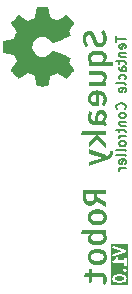
<source format=gbo>
G04 #@! TF.GenerationSoftware,KiCad,Pcbnew,7.0.8-7.0.8~ubuntu22.04.1*
G04 #@! TF.CreationDate,2023-10-24T23:53:50-07:00*
G04 #@! TF.ProjectId,tentacle-board,74656e74-6163-46c6-952d-626f6172642e,REV1*
G04 #@! TF.SameCoordinates,Original*
G04 #@! TF.FileFunction,Legend,Bot*
G04 #@! TF.FilePolarity,Positive*
%FSLAX46Y46*%
G04 Gerber Fmt 4.6, Leading zero omitted, Abs format (unit mm)*
G04 Created by KiCad (PCBNEW 7.0.8-7.0.8~ubuntu22.04.1) date 2023-10-24 23:53:50*
%MOMM*%
%LPD*%
G01*
G04 APERTURE LIST*
G04 Aperture macros list*
%AMRoundRect*
0 Rectangle with rounded corners*
0 $1 Rounding radius*
0 $2 $3 $4 $5 $6 $7 $8 $9 X,Y pos of 4 corners*
0 Add a 4 corners polygon primitive as box body*
4,1,4,$2,$3,$4,$5,$6,$7,$8,$9,$2,$3,0*
0 Add four circle primitives for the rounded corners*
1,1,$1+$1,$2,$3*
1,1,$1+$1,$4,$5*
1,1,$1+$1,$6,$7*
1,1,$1+$1,$8,$9*
0 Add four rect primitives between the rounded corners*
20,1,$1+$1,$2,$3,$4,$5,0*
20,1,$1+$1,$4,$5,$6,$7,0*
20,1,$1+$1,$6,$7,$8,$9,0*
20,1,$1+$1,$8,$9,$2,$3,0*%
%AMHorizOval*
0 Thick line with rounded ends*
0 $1 width*
0 $2 $3 position (X,Y) of the first rounded end (center of the circle)*
0 $4 $5 position (X,Y) of the second rounded end (center of the circle)*
0 Add line between two ends*
20,1,$1,$2,$3,$4,$5,0*
0 Add two circle primitives to create the rounded ends*
1,1,$1,$2,$3*
1,1,$1,$4,$5*%
G04 Aperture macros list end*
%ADD10C,0.200000*%
%ADD11C,0.150000*%
%ADD12C,0.400000*%
%ADD13C,0.010000*%
%ADD14C,2.702000*%
%ADD15C,3.602000*%
%ADD16RoundRect,0.301000X0.936916X0.088388X0.088388X0.936916X-0.936916X-0.088388X-0.088388X-0.936916X0*%
%ADD17HorizOval,1.802000X0.088388X0.088388X-0.088388X-0.088388X0*%
%ADD18RoundRect,0.301000X0.088388X-0.936916X0.936916X-0.088388X-0.088388X0.936916X-0.936916X0.088388X0*%
%ADD19HorizOval,1.802000X-0.088388X0.088388X0.088388X-0.088388X0*%
%ADD20RoundRect,0.301000X0.600000X0.750000X-0.600000X0.750000X-0.600000X-0.750000X0.600000X-0.750000X0*%
%ADD21O,1.802000X2.102000*%
G04 APERTURE END LIST*
D10*
G36*
X138131837Y-104099738D02*
G01*
X138202746Y-104135193D01*
X138227414Y-104159860D01*
X138257219Y-104219470D01*
X138257219Y-104267494D01*
X138227414Y-104327103D01*
X138202746Y-104351770D01*
X138131837Y-104387225D01*
X137963956Y-104429196D01*
X137750480Y-104429196D01*
X137582599Y-104387225D01*
X137511692Y-104351772D01*
X137487024Y-104327103D01*
X137457219Y-104267493D01*
X137457219Y-104219470D01*
X137487024Y-104159860D01*
X137511692Y-104135191D01*
X137582599Y-104099738D01*
X137750480Y-104057768D01*
X137963956Y-104057768D01*
X138131837Y-104099738D01*
G37*
G36*
X138600076Y-104772053D02*
G01*
X137114362Y-104772053D01*
X137114362Y-104291101D01*
X137257219Y-104291101D01*
X137264342Y-104313024D01*
X137267776Y-104335822D01*
X137315395Y-104431060D01*
X137326768Y-104442607D01*
X137334127Y-104457050D01*
X137381746Y-104504668D01*
X137396187Y-104512026D01*
X137407736Y-104523401D01*
X137502973Y-104571020D01*
X137513994Y-104572680D01*
X137523441Y-104578591D01*
X137713917Y-104626210D01*
X137726333Y-104625349D01*
X137738171Y-104629196D01*
X137976266Y-104629196D01*
X137988103Y-104625349D01*
X138000520Y-104626210D01*
X138190995Y-104578591D01*
X138200441Y-104572680D01*
X138211463Y-104571020D01*
X138306701Y-104523401D01*
X138318248Y-104512027D01*
X138332690Y-104504669D01*
X138380310Y-104457051D01*
X138387669Y-104442607D01*
X138399043Y-104431060D01*
X138446662Y-104335823D01*
X138450095Y-104313024D01*
X138457219Y-104291101D01*
X138457219Y-104195863D01*
X138450095Y-104173939D01*
X138446662Y-104151141D01*
X138399043Y-104055904D01*
X138387669Y-104044356D01*
X138380310Y-104029913D01*
X138332690Y-103982295D01*
X138318248Y-103974936D01*
X138306701Y-103963563D01*
X138211463Y-103915944D01*
X138200441Y-103914283D01*
X138190995Y-103908373D01*
X138000520Y-103860754D01*
X137988103Y-103861614D01*
X137976266Y-103857768D01*
X137738171Y-103857768D01*
X137726333Y-103861614D01*
X137713917Y-103860754D01*
X137523441Y-103908373D01*
X137513994Y-103914283D01*
X137502973Y-103915944D01*
X137407736Y-103963563D01*
X137396187Y-103974937D01*
X137381746Y-103982296D01*
X137334127Y-104029914D01*
X137326768Y-104044356D01*
X137315395Y-104055904D01*
X137267776Y-104151142D01*
X137264342Y-104173939D01*
X137257219Y-104195863D01*
X137257219Y-104291101D01*
X137114362Y-104291101D01*
X137114362Y-103544841D01*
X138163211Y-103544841D01*
X138166874Y-103552029D01*
X138166874Y-103560099D01*
X138171615Y-103566625D01*
X138172878Y-103574595D01*
X138184079Y-103585797D01*
X138191270Y-103599908D01*
X138238890Y-103647527D01*
X138253000Y-103654716D01*
X138264201Y-103665917D01*
X138279846Y-103668394D01*
X138293958Y-103675585D01*
X138309600Y-103673107D01*
X138325243Y-103675585D01*
X138339354Y-103668394D01*
X138355000Y-103665917D01*
X138366199Y-103654717D01*
X138380311Y-103647527D01*
X138427929Y-103599908D01*
X138435119Y-103585796D01*
X138446320Y-103574596D01*
X138447582Y-103566627D01*
X138452325Y-103560099D01*
X138452325Y-103552029D01*
X138455988Y-103544841D01*
X138453510Y-103529197D01*
X138455988Y-103513553D01*
X138452325Y-103506364D01*
X138452325Y-103498295D01*
X138447582Y-103491766D01*
X138446320Y-103483798D01*
X138435119Y-103472597D01*
X138427929Y-103458486D01*
X138380311Y-103410867D01*
X138366199Y-103403676D01*
X138355000Y-103392477D01*
X138339354Y-103389999D01*
X138325243Y-103382809D01*
X138309600Y-103385286D01*
X138293958Y-103382809D01*
X138279846Y-103389999D01*
X138264201Y-103392477D01*
X138253000Y-103403677D01*
X138238890Y-103410867D01*
X138191270Y-103458486D01*
X138184079Y-103472596D01*
X138172878Y-103483799D01*
X138171615Y-103491768D01*
X138166874Y-103498295D01*
X138166874Y-103506364D01*
X138163211Y-103513553D01*
X138165688Y-103529197D01*
X138163211Y-103544841D01*
X137114362Y-103544841D01*
X137114362Y-102841954D01*
X137260945Y-102841954D01*
X137262113Y-102843706D01*
X137262113Y-102845813D01*
X137279153Y-102869267D01*
X137295227Y-102893378D01*
X137297201Y-102894108D01*
X137298440Y-102895813D01*
X137326003Y-102904768D01*
X137353188Y-102914830D01*
X137355216Y-102914260D01*
X137357219Y-102914911D01*
X138257219Y-102914911D01*
X138257219Y-103100625D01*
X138276317Y-103159404D01*
X138326317Y-103195731D01*
X138388121Y-103195731D01*
X138438121Y-103159404D01*
X138457219Y-103100625D01*
X138457219Y-102529197D01*
X138438121Y-102470418D01*
X138388121Y-102434091D01*
X138326317Y-102434091D01*
X138276317Y-102470418D01*
X138257219Y-102529197D01*
X138257219Y-102714911D01*
X137646260Y-102714911D01*
X137666025Y-102695146D01*
X137673383Y-102680703D01*
X137684757Y-102669156D01*
X137732376Y-102573919D01*
X137741581Y-102512804D01*
X137713105Y-102457952D01*
X137657826Y-102430312D01*
X137596859Y-102440443D01*
X137553490Y-102484476D01*
X137513129Y-102565198D01*
X137436365Y-102641962D01*
X137301749Y-102731706D01*
X137300443Y-102733357D01*
X137298440Y-102734009D01*
X137281397Y-102757466D01*
X137263436Y-102780201D01*
X137263351Y-102782304D01*
X137262113Y-102784009D01*
X137262113Y-102812998D01*
X137260945Y-102841954D01*
X137114362Y-102841954D01*
X137114362Y-102244241D01*
X137257221Y-102244241D01*
X137276766Y-102302873D01*
X137327040Y-102338820D01*
X137388842Y-102338350D01*
X138388841Y-102005017D01*
X138413104Y-101987106D01*
X138437672Y-101969540D01*
X138437923Y-101968785D01*
X138438565Y-101968312D01*
X138447680Y-101939515D01*
X138457216Y-101910908D01*
X138456975Y-101910149D01*
X138457216Y-101909390D01*
X138447680Y-101880782D01*
X138438565Y-101851986D01*
X138437923Y-101851512D01*
X138437672Y-101850758D01*
X138413104Y-101833191D01*
X138388841Y-101815281D01*
X137388842Y-101481948D01*
X137327040Y-101481478D01*
X137276766Y-101517425D01*
X137257221Y-101576057D01*
X137275873Y-101634979D01*
X137325596Y-101671684D01*
X138040991Y-101910149D01*
X137325596Y-102148614D01*
X137275873Y-102185319D01*
X137257221Y-102244241D01*
X137114362Y-102244241D01*
X137114362Y-101338621D01*
X138600076Y-101338621D01*
X138600076Y-104772053D01*
G37*
D11*
X137584295Y-83724874D02*
X137584295Y-84182017D01*
X138384295Y-83953445D02*
X137584295Y-83953445D01*
X138346200Y-84753446D02*
X138384295Y-84677255D01*
X138384295Y-84677255D02*
X138384295Y-84524874D01*
X138384295Y-84524874D02*
X138346200Y-84448684D01*
X138346200Y-84448684D02*
X138270009Y-84410588D01*
X138270009Y-84410588D02*
X137965247Y-84410588D01*
X137965247Y-84410588D02*
X137889057Y-84448684D01*
X137889057Y-84448684D02*
X137850961Y-84524874D01*
X137850961Y-84524874D02*
X137850961Y-84677255D01*
X137850961Y-84677255D02*
X137889057Y-84753446D01*
X137889057Y-84753446D02*
X137965247Y-84791541D01*
X137965247Y-84791541D02*
X138041438Y-84791541D01*
X138041438Y-84791541D02*
X138117628Y-84410588D01*
X137850961Y-85134398D02*
X138384295Y-85134398D01*
X137927152Y-85134398D02*
X137889057Y-85172493D01*
X137889057Y-85172493D02*
X137850961Y-85248683D01*
X137850961Y-85248683D02*
X137850961Y-85362969D01*
X137850961Y-85362969D02*
X137889057Y-85439160D01*
X137889057Y-85439160D02*
X137965247Y-85477255D01*
X137965247Y-85477255D02*
X138384295Y-85477255D01*
X137850961Y-85743922D02*
X137850961Y-86048684D01*
X137584295Y-85858208D02*
X138270009Y-85858208D01*
X138270009Y-85858208D02*
X138346200Y-85896303D01*
X138346200Y-85896303D02*
X138384295Y-85972493D01*
X138384295Y-85972493D02*
X138384295Y-86048684D01*
X138384295Y-86658208D02*
X137965247Y-86658208D01*
X137965247Y-86658208D02*
X137889057Y-86620113D01*
X137889057Y-86620113D02*
X137850961Y-86543922D01*
X137850961Y-86543922D02*
X137850961Y-86391541D01*
X137850961Y-86391541D02*
X137889057Y-86315351D01*
X138346200Y-86658208D02*
X138384295Y-86582017D01*
X138384295Y-86582017D02*
X138384295Y-86391541D01*
X138384295Y-86391541D02*
X138346200Y-86315351D01*
X138346200Y-86315351D02*
X138270009Y-86277255D01*
X138270009Y-86277255D02*
X138193819Y-86277255D01*
X138193819Y-86277255D02*
X138117628Y-86315351D01*
X138117628Y-86315351D02*
X138079533Y-86391541D01*
X138079533Y-86391541D02*
X138079533Y-86582017D01*
X138079533Y-86582017D02*
X138041438Y-86658208D01*
X138346200Y-87382018D02*
X138384295Y-87305827D01*
X138384295Y-87305827D02*
X138384295Y-87153446D01*
X138384295Y-87153446D02*
X138346200Y-87077256D01*
X138346200Y-87077256D02*
X138308104Y-87039161D01*
X138308104Y-87039161D02*
X138231914Y-87001065D01*
X138231914Y-87001065D02*
X138003342Y-87001065D01*
X138003342Y-87001065D02*
X137927152Y-87039161D01*
X137927152Y-87039161D02*
X137889057Y-87077256D01*
X137889057Y-87077256D02*
X137850961Y-87153446D01*
X137850961Y-87153446D02*
X137850961Y-87305827D01*
X137850961Y-87305827D02*
X137889057Y-87382018D01*
X138384295Y-87839160D02*
X138346200Y-87762970D01*
X138346200Y-87762970D02*
X138270009Y-87724875D01*
X138270009Y-87724875D02*
X137584295Y-87724875D01*
X138346200Y-88448685D02*
X138384295Y-88372494D01*
X138384295Y-88372494D02*
X138384295Y-88220113D01*
X138384295Y-88220113D02*
X138346200Y-88143923D01*
X138346200Y-88143923D02*
X138270009Y-88105827D01*
X138270009Y-88105827D02*
X137965247Y-88105827D01*
X137965247Y-88105827D02*
X137889057Y-88143923D01*
X137889057Y-88143923D02*
X137850961Y-88220113D01*
X137850961Y-88220113D02*
X137850961Y-88372494D01*
X137850961Y-88372494D02*
X137889057Y-88448685D01*
X137889057Y-88448685D02*
X137965247Y-88486780D01*
X137965247Y-88486780D02*
X138041438Y-88486780D01*
X138041438Y-88486780D02*
X138117628Y-88105827D01*
X138308104Y-89896304D02*
X138346200Y-89858208D01*
X138346200Y-89858208D02*
X138384295Y-89743923D01*
X138384295Y-89743923D02*
X138384295Y-89667732D01*
X138384295Y-89667732D02*
X138346200Y-89553446D01*
X138346200Y-89553446D02*
X138270009Y-89477256D01*
X138270009Y-89477256D02*
X138193819Y-89439161D01*
X138193819Y-89439161D02*
X138041438Y-89401065D01*
X138041438Y-89401065D02*
X137927152Y-89401065D01*
X137927152Y-89401065D02*
X137774771Y-89439161D01*
X137774771Y-89439161D02*
X137698580Y-89477256D01*
X137698580Y-89477256D02*
X137622390Y-89553446D01*
X137622390Y-89553446D02*
X137584295Y-89667732D01*
X137584295Y-89667732D02*
X137584295Y-89743923D01*
X137584295Y-89743923D02*
X137622390Y-89858208D01*
X137622390Y-89858208D02*
X137660485Y-89896304D01*
X138384295Y-90353446D02*
X138346200Y-90277256D01*
X138346200Y-90277256D02*
X138308104Y-90239161D01*
X138308104Y-90239161D02*
X138231914Y-90201065D01*
X138231914Y-90201065D02*
X138003342Y-90201065D01*
X138003342Y-90201065D02*
X137927152Y-90239161D01*
X137927152Y-90239161D02*
X137889057Y-90277256D01*
X137889057Y-90277256D02*
X137850961Y-90353446D01*
X137850961Y-90353446D02*
X137850961Y-90467732D01*
X137850961Y-90467732D02*
X137889057Y-90543923D01*
X137889057Y-90543923D02*
X137927152Y-90582018D01*
X137927152Y-90582018D02*
X138003342Y-90620113D01*
X138003342Y-90620113D02*
X138231914Y-90620113D01*
X138231914Y-90620113D02*
X138308104Y-90582018D01*
X138308104Y-90582018D02*
X138346200Y-90543923D01*
X138346200Y-90543923D02*
X138384295Y-90467732D01*
X138384295Y-90467732D02*
X138384295Y-90353446D01*
X137850961Y-90962971D02*
X138384295Y-90962971D01*
X137927152Y-90962971D02*
X137889057Y-91001066D01*
X137889057Y-91001066D02*
X137850961Y-91077256D01*
X137850961Y-91077256D02*
X137850961Y-91191542D01*
X137850961Y-91191542D02*
X137889057Y-91267733D01*
X137889057Y-91267733D02*
X137965247Y-91305828D01*
X137965247Y-91305828D02*
X138384295Y-91305828D01*
X137850961Y-91572495D02*
X137850961Y-91877257D01*
X137584295Y-91686781D02*
X138270009Y-91686781D01*
X138270009Y-91686781D02*
X138346200Y-91724876D01*
X138346200Y-91724876D02*
X138384295Y-91801066D01*
X138384295Y-91801066D02*
X138384295Y-91877257D01*
X138384295Y-92143924D02*
X137850961Y-92143924D01*
X138003342Y-92143924D02*
X137927152Y-92182019D01*
X137927152Y-92182019D02*
X137889057Y-92220114D01*
X137889057Y-92220114D02*
X137850961Y-92296305D01*
X137850961Y-92296305D02*
X137850961Y-92372495D01*
X138384295Y-92753447D02*
X138346200Y-92677257D01*
X138346200Y-92677257D02*
X138308104Y-92639162D01*
X138308104Y-92639162D02*
X138231914Y-92601066D01*
X138231914Y-92601066D02*
X138003342Y-92601066D01*
X138003342Y-92601066D02*
X137927152Y-92639162D01*
X137927152Y-92639162D02*
X137889057Y-92677257D01*
X137889057Y-92677257D02*
X137850961Y-92753447D01*
X137850961Y-92753447D02*
X137850961Y-92867733D01*
X137850961Y-92867733D02*
X137889057Y-92943924D01*
X137889057Y-92943924D02*
X137927152Y-92982019D01*
X137927152Y-92982019D02*
X138003342Y-93020114D01*
X138003342Y-93020114D02*
X138231914Y-93020114D01*
X138231914Y-93020114D02*
X138308104Y-92982019D01*
X138308104Y-92982019D02*
X138346200Y-92943924D01*
X138346200Y-92943924D02*
X138384295Y-92867733D01*
X138384295Y-92867733D02*
X138384295Y-92753447D01*
X138384295Y-93477257D02*
X138346200Y-93401067D01*
X138346200Y-93401067D02*
X138270009Y-93362972D01*
X138270009Y-93362972D02*
X137584295Y-93362972D01*
X138384295Y-93896305D02*
X138346200Y-93820115D01*
X138346200Y-93820115D02*
X138270009Y-93782020D01*
X138270009Y-93782020D02*
X137584295Y-93782020D01*
X138346200Y-94505830D02*
X138384295Y-94429639D01*
X138384295Y-94429639D02*
X138384295Y-94277258D01*
X138384295Y-94277258D02*
X138346200Y-94201068D01*
X138346200Y-94201068D02*
X138270009Y-94162972D01*
X138270009Y-94162972D02*
X137965247Y-94162972D01*
X137965247Y-94162972D02*
X137889057Y-94201068D01*
X137889057Y-94201068D02*
X137850961Y-94277258D01*
X137850961Y-94277258D02*
X137850961Y-94429639D01*
X137850961Y-94429639D02*
X137889057Y-94505830D01*
X137889057Y-94505830D02*
X137965247Y-94543925D01*
X137965247Y-94543925D02*
X138041438Y-94543925D01*
X138041438Y-94543925D02*
X138117628Y-94162972D01*
X138384295Y-94886782D02*
X137850961Y-94886782D01*
X138003342Y-94886782D02*
X137927152Y-94924877D01*
X137927152Y-94924877D02*
X137889057Y-94962972D01*
X137889057Y-94962972D02*
X137850961Y-95039163D01*
X137850961Y-95039163D02*
X137850961Y-95115353D01*
D12*
G36*
X136184822Y-84668527D02*
G01*
X136150640Y-84667781D01*
X136117771Y-84665567D01*
X136086183Y-84661916D01*
X136055840Y-84656864D01*
X136026709Y-84650444D01*
X135998755Y-84642690D01*
X135971944Y-84633634D01*
X135946242Y-84623312D01*
X135921615Y-84611755D01*
X135898028Y-84598999D01*
X135875448Y-84585076D01*
X135853840Y-84570021D01*
X135833170Y-84553866D01*
X135813404Y-84536646D01*
X135794508Y-84518395D01*
X135776448Y-84499145D01*
X135759188Y-84478930D01*
X135742696Y-84457785D01*
X135726938Y-84435742D01*
X135711878Y-84412835D01*
X135697483Y-84389099D01*
X135683718Y-84364566D01*
X135670550Y-84339270D01*
X135657944Y-84313245D01*
X135645866Y-84286525D01*
X135634282Y-84259143D01*
X135623158Y-84231132D01*
X135612459Y-84202527D01*
X135602152Y-84173361D01*
X135592202Y-84143667D01*
X135582575Y-84113480D01*
X135573237Y-84082833D01*
X135564041Y-84051488D01*
X135555029Y-84021551D01*
X135546182Y-83992993D01*
X135537479Y-83965789D01*
X135528899Y-83939910D01*
X135520421Y-83915331D01*
X135512025Y-83892023D01*
X135503689Y-83869960D01*
X135495394Y-83849115D01*
X135487118Y-83829461D01*
X135478841Y-83810970D01*
X135462198Y-83777373D01*
X135445302Y-83748107D01*
X135427984Y-83722956D01*
X135410080Y-83701705D01*
X135391422Y-83684136D01*
X135371846Y-83670034D01*
X135351186Y-83659183D01*
X135329274Y-83651367D01*
X135305946Y-83646369D01*
X135281035Y-83643973D01*
X135267934Y-83643684D01*
X135239321Y-83645295D01*
X135212642Y-83650047D01*
X135187886Y-83657817D01*
X135165039Y-83668482D01*
X135144090Y-83681922D01*
X135125026Y-83698012D01*
X135107836Y-83716631D01*
X135092506Y-83737657D01*
X135079026Y-83760966D01*
X135067383Y-83786437D01*
X135057564Y-83813948D01*
X135049558Y-83843376D01*
X135043352Y-83874598D01*
X135038934Y-83907492D01*
X135036293Y-83941936D01*
X135035415Y-83977808D01*
X135036021Y-84007265D01*
X135037863Y-84036645D01*
X135040972Y-84065941D01*
X135045383Y-84095144D01*
X135051127Y-84124247D01*
X135058238Y-84153242D01*
X135066749Y-84182122D01*
X135076692Y-84210877D01*
X135088100Y-84239501D01*
X135101007Y-84267985D01*
X135115446Y-84296322D01*
X135131448Y-84324503D01*
X135149048Y-84352522D01*
X135168277Y-84380369D01*
X135189170Y-84408038D01*
X135211758Y-84435519D01*
X134995847Y-84627006D01*
X134981043Y-84610152D01*
X134966673Y-84593108D01*
X134952740Y-84575866D01*
X134939246Y-84558420D01*
X134926194Y-84540763D01*
X134913585Y-84522887D01*
X134901423Y-84504786D01*
X134889709Y-84486452D01*
X134878445Y-84467878D01*
X134867635Y-84449057D01*
X134857281Y-84429983D01*
X134847384Y-84410648D01*
X134837947Y-84391044D01*
X134828973Y-84371166D01*
X134820463Y-84351006D01*
X134812421Y-84330556D01*
X134804848Y-84309810D01*
X134797747Y-84288761D01*
X134791119Y-84267402D01*
X134784968Y-84245725D01*
X134779296Y-84223723D01*
X134774105Y-84201390D01*
X134769397Y-84178718D01*
X134765175Y-84155701D01*
X134761441Y-84132331D01*
X134758197Y-84108601D01*
X134755446Y-84084504D01*
X134753190Y-84060033D01*
X134751431Y-84035181D01*
X134750172Y-84009941D01*
X134749415Y-83984306D01*
X134749162Y-83958269D01*
X134749790Y-83922367D01*
X134751660Y-83887043D01*
X134754753Y-83852334D01*
X134759049Y-83818276D01*
X134764528Y-83784906D01*
X134771171Y-83752262D01*
X134778957Y-83720380D01*
X134787867Y-83689296D01*
X134797881Y-83659049D01*
X134808980Y-83629674D01*
X134821143Y-83601209D01*
X134834350Y-83573689D01*
X134848583Y-83547153D01*
X134863821Y-83521638D01*
X134880045Y-83497179D01*
X134897234Y-83473813D01*
X134915370Y-83451578D01*
X134934431Y-83430511D01*
X134954399Y-83410648D01*
X134975254Y-83392026D01*
X134996975Y-83374682D01*
X135019544Y-83358653D01*
X135042940Y-83343976D01*
X135067143Y-83330687D01*
X135092135Y-83318823D01*
X135117894Y-83308422D01*
X135144402Y-83299520D01*
X135171638Y-83292154D01*
X135199583Y-83286360D01*
X135228217Y-83282177D01*
X135257521Y-83279639D01*
X135287473Y-83278785D01*
X135315717Y-83279434D01*
X135343124Y-83281377D01*
X135369715Y-83284609D01*
X135395509Y-83289124D01*
X135420526Y-83294917D01*
X135444785Y-83301982D01*
X135468307Y-83310315D01*
X135491111Y-83319910D01*
X135513216Y-83330761D01*
X135534643Y-83342863D01*
X135555410Y-83356211D01*
X135575539Y-83370800D01*
X135595047Y-83386624D01*
X135613956Y-83403677D01*
X135632284Y-83421954D01*
X135650052Y-83441451D01*
X135667279Y-83462161D01*
X135683984Y-83484079D01*
X135700188Y-83507201D01*
X135715910Y-83531519D01*
X135731169Y-83557030D01*
X135745986Y-83583728D01*
X135760380Y-83611607D01*
X135774371Y-83640662D01*
X135787979Y-83670887D01*
X135801222Y-83702278D01*
X135814122Y-83734829D01*
X135826697Y-83768534D01*
X135838967Y-83803389D01*
X135850952Y-83839387D01*
X135862671Y-83876524D01*
X135874145Y-83914794D01*
X135882614Y-83942669D01*
X135891001Y-83969252D01*
X135899323Y-83994568D01*
X135907602Y-84018646D01*
X135915856Y-84041510D01*
X135924106Y-84063189D01*
X135932371Y-84083709D01*
X135940670Y-84103097D01*
X135949024Y-84121379D01*
X135965974Y-84154734D01*
X135983377Y-84183988D01*
X136001391Y-84209354D01*
X136020174Y-84231048D01*
X136039882Y-84249281D01*
X136060674Y-84264270D01*
X136082707Y-84276226D01*
X136106138Y-84285366D01*
X136131125Y-84291902D01*
X136157824Y-84296048D01*
X136186394Y-84298019D01*
X136201430Y-84298255D01*
X136237255Y-84296288D01*
X136270726Y-84290511D01*
X136301851Y-84281108D01*
X136330635Y-84268266D01*
X136357082Y-84252170D01*
X136381200Y-84233005D01*
X136402994Y-84210956D01*
X136422470Y-84186209D01*
X136439633Y-84158948D01*
X136454489Y-84129360D01*
X136467043Y-84097630D01*
X136477302Y-84063942D01*
X136485272Y-84028483D01*
X136490957Y-83991437D01*
X136494364Y-83952991D01*
X136495215Y-83933300D01*
X136495498Y-83913328D01*
X136495286Y-83892576D01*
X136494648Y-83872170D01*
X136493589Y-83852103D01*
X136492109Y-83832365D01*
X136487896Y-83793849D01*
X136482027Y-83756555D01*
X136474518Y-83720417D01*
X136465385Y-83685369D01*
X136454645Y-83651347D01*
X136442315Y-83618283D01*
X136428410Y-83586112D01*
X136412947Y-83554768D01*
X136395943Y-83524186D01*
X136377415Y-83494299D01*
X136357378Y-83465042D01*
X136335849Y-83436349D01*
X136312844Y-83408153D01*
X136288381Y-83380390D01*
X136508688Y-83180600D01*
X136524641Y-83197232D01*
X136540165Y-83214250D01*
X136555256Y-83231656D01*
X136569908Y-83249450D01*
X136584115Y-83267636D01*
X136597874Y-83286215D01*
X136611178Y-83305188D01*
X136624024Y-83324558D01*
X136636404Y-83344326D01*
X136648316Y-83364496D01*
X136659752Y-83385067D01*
X136670709Y-83406042D01*
X136681181Y-83427424D01*
X136691164Y-83449214D01*
X136700651Y-83471413D01*
X136709638Y-83494024D01*
X136718120Y-83517049D01*
X136726092Y-83540489D01*
X136733549Y-83564347D01*
X136740485Y-83588624D01*
X136746895Y-83613321D01*
X136752775Y-83638442D01*
X136758118Y-83663988D01*
X136762921Y-83689960D01*
X136767179Y-83716362D01*
X136770885Y-83743193D01*
X136774034Y-83770457D01*
X136776623Y-83798155D01*
X136778645Y-83826290D01*
X136780096Y-83854862D01*
X136780970Y-83883874D01*
X136781263Y-83913328D01*
X136780546Y-83957183D01*
X136778412Y-83999894D01*
X136774888Y-84041445D01*
X136770000Y-84081819D01*
X136763773Y-84121001D01*
X136756234Y-84158973D01*
X136747408Y-84195720D01*
X136737322Y-84231226D01*
X136726001Y-84265473D01*
X136713473Y-84298446D01*
X136699762Y-84330129D01*
X136684894Y-84360504D01*
X136668897Y-84389557D01*
X136651795Y-84417271D01*
X136633616Y-84443628D01*
X136614384Y-84468614D01*
X136594126Y-84492212D01*
X136572868Y-84514405D01*
X136550635Y-84535178D01*
X136527455Y-84554513D01*
X136503353Y-84572396D01*
X136478355Y-84588808D01*
X136452487Y-84603735D01*
X136425775Y-84617160D01*
X136398245Y-84629066D01*
X136369923Y-84639438D01*
X136340836Y-84648258D01*
X136311008Y-84655512D01*
X136280467Y-84661181D01*
X136249238Y-84665251D01*
X136217348Y-84667705D01*
X136184822Y-84668527D01*
G37*
G36*
X136029921Y-84949388D02*
G01*
X136073346Y-84950809D01*
X136115767Y-84953195D01*
X136157155Y-84956561D01*
X136197482Y-84960921D01*
X136236720Y-84966290D01*
X136274840Y-84972682D01*
X136311813Y-84980112D01*
X136347611Y-84988595D01*
X136382205Y-84998145D01*
X136415568Y-85008777D01*
X136447671Y-85020505D01*
X136478485Y-85033344D01*
X136507981Y-85047308D01*
X136536132Y-85062413D01*
X136562909Y-85078672D01*
X136588284Y-85096100D01*
X136612228Y-85114712D01*
X136634712Y-85134523D01*
X136655708Y-85155546D01*
X136675189Y-85177797D01*
X136693124Y-85201290D01*
X136709486Y-85226040D01*
X136724247Y-85252061D01*
X136737378Y-85279368D01*
X136748850Y-85307976D01*
X136758635Y-85337898D01*
X136766705Y-85369150D01*
X136773031Y-85401746D01*
X136777585Y-85435701D01*
X136780339Y-85471029D01*
X136781263Y-85507745D01*
X136780449Y-85539611D01*
X136778048Y-85570693D01*
X136774124Y-85600943D01*
X136768738Y-85630310D01*
X136761952Y-85658743D01*
X136753828Y-85686194D01*
X136744430Y-85712611D01*
X136733818Y-85737944D01*
X136722056Y-85762145D01*
X136709206Y-85785161D01*
X136695330Y-85806945D01*
X136680490Y-85827444D01*
X136664748Y-85846610D01*
X136648166Y-85864392D01*
X136630808Y-85880739D01*
X136612735Y-85895603D01*
X137306873Y-85895603D01*
X137345952Y-86240474D01*
X135249371Y-86240474D01*
X135249371Y-85940055D01*
X135350000Y-85923935D01*
X135332389Y-85909094D01*
X135315500Y-85892814D01*
X135299390Y-85875145D01*
X135284115Y-85856135D01*
X135269733Y-85835834D01*
X135256302Y-85814292D01*
X135243878Y-85791558D01*
X135232519Y-85767681D01*
X135222281Y-85742711D01*
X135213224Y-85716696D01*
X135205402Y-85689687D01*
X135198874Y-85661733D01*
X135193697Y-85632883D01*
X135192075Y-85620097D01*
X135458932Y-85620097D01*
X135459608Y-85642028D01*
X135461620Y-85663311D01*
X135464940Y-85683950D01*
X135469541Y-85703949D01*
X135475396Y-85723312D01*
X135482476Y-85742045D01*
X135490757Y-85760151D01*
X135500209Y-85777634D01*
X135510806Y-85794499D01*
X135522521Y-85810750D01*
X135535326Y-85826391D01*
X135549195Y-85841427D01*
X135564100Y-85855862D01*
X135580013Y-85869700D01*
X135596909Y-85882946D01*
X135614759Y-85895603D01*
X136308897Y-85895603D01*
X136329714Y-85882236D01*
X136349795Y-85868142D01*
X136369056Y-85853317D01*
X136387413Y-85837756D01*
X136404783Y-85821453D01*
X136421082Y-85804404D01*
X136436225Y-85786604D01*
X136450130Y-85768047D01*
X136462713Y-85748729D01*
X136473890Y-85728645D01*
X136483576Y-85707789D01*
X136491690Y-85686157D01*
X136498146Y-85663744D01*
X136502861Y-85640544D01*
X136505752Y-85616553D01*
X136506734Y-85591765D01*
X136505018Y-85558182D01*
X136499785Y-85526682D01*
X136490907Y-85497277D01*
X136478256Y-85469979D01*
X136461704Y-85444800D01*
X136441123Y-85421749D01*
X136416384Y-85400840D01*
X136387360Y-85382083D01*
X136353922Y-85365489D01*
X136335508Y-85358008D01*
X136315943Y-85351071D01*
X136295210Y-85344682D01*
X136273294Y-85338840D01*
X136250178Y-85333548D01*
X136225847Y-85328807D01*
X136200284Y-85324618D01*
X136173474Y-85320984D01*
X136145400Y-85317904D01*
X136116047Y-85315381D01*
X136085399Y-85313417D01*
X136053438Y-85312012D01*
X136020151Y-85311167D01*
X135985519Y-85310886D01*
X135951646Y-85311192D01*
X135918989Y-85312110D01*
X135887538Y-85313638D01*
X135857285Y-85315777D01*
X135828220Y-85318525D01*
X135800334Y-85321882D01*
X135773618Y-85325846D01*
X135748062Y-85330418D01*
X135723657Y-85335595D01*
X135700395Y-85341377D01*
X135678266Y-85347764D01*
X135657260Y-85354755D01*
X135637369Y-85362349D01*
X135618583Y-85370544D01*
X135600893Y-85379341D01*
X135568764Y-85398735D01*
X135540909Y-85420525D01*
X135517254Y-85444703D01*
X135497725Y-85471264D01*
X135482249Y-85500200D01*
X135470752Y-85531507D01*
X135463159Y-85565176D01*
X135459398Y-85601202D01*
X135458932Y-85620097D01*
X135192075Y-85620097D01*
X135189929Y-85603186D01*
X135187626Y-85572692D01*
X135186845Y-85541451D01*
X135187835Y-85506228D01*
X135190775Y-85472007D01*
X135195627Y-85438793D01*
X135202350Y-85406597D01*
X135210902Y-85375424D01*
X135221245Y-85345282D01*
X135233336Y-85316180D01*
X135247135Y-85288125D01*
X135262603Y-85261125D01*
X135279698Y-85235187D01*
X135298379Y-85210320D01*
X135318608Y-85186530D01*
X135340342Y-85163826D01*
X135363541Y-85142214D01*
X135388166Y-85121704D01*
X135414174Y-85102302D01*
X135441527Y-85084017D01*
X135470183Y-85066855D01*
X135500101Y-85050826D01*
X135531242Y-85035935D01*
X135563565Y-85022192D01*
X135597028Y-85009603D01*
X135631593Y-84998177D01*
X135667218Y-84987920D01*
X135703862Y-84978842D01*
X135741485Y-84970949D01*
X135780047Y-84964249D01*
X135819508Y-84958751D01*
X135859826Y-84954460D01*
X135900960Y-84951386D01*
X135942872Y-84949536D01*
X135985519Y-84948918D01*
X136029921Y-84949388D01*
G37*
G36*
X135249371Y-87050872D02*
G01*
X135249371Y-86706001D01*
X136325505Y-86706001D01*
X136351525Y-86706428D01*
X136376911Y-86707708D01*
X136401651Y-86709843D01*
X136425732Y-86712833D01*
X136449141Y-86716679D01*
X136471866Y-86721383D01*
X136493894Y-86726944D01*
X136515213Y-86733364D01*
X136535810Y-86740643D01*
X136555673Y-86748782D01*
X136574788Y-86757782D01*
X136593143Y-86767645D01*
X136610726Y-86778369D01*
X136627524Y-86789957D01*
X136643524Y-86802410D01*
X136658714Y-86815727D01*
X136673081Y-86829910D01*
X136686612Y-86844960D01*
X136699296Y-86860877D01*
X136711118Y-86877663D01*
X136722067Y-86895317D01*
X136732131Y-86913841D01*
X136741296Y-86933236D01*
X136749549Y-86953503D01*
X136756879Y-86974642D01*
X136763272Y-86996653D01*
X136768717Y-87019539D01*
X136773200Y-87043299D01*
X136776708Y-87067935D01*
X136779230Y-87093447D01*
X136780752Y-87119836D01*
X136781263Y-87147103D01*
X136780323Y-87180375D01*
X136777546Y-87213766D01*
X136772994Y-87247109D01*
X136766730Y-87280239D01*
X136758818Y-87312988D01*
X136749320Y-87345189D01*
X136738300Y-87376677D01*
X136725819Y-87407283D01*
X136711942Y-87436842D01*
X136696732Y-87465187D01*
X136680250Y-87492151D01*
X136662561Y-87517566D01*
X136643726Y-87541268D01*
X136623810Y-87563088D01*
X136602875Y-87582861D01*
X136580983Y-87600418D01*
X136750000Y-87617515D01*
X136750000Y-87918911D01*
X135249371Y-87918911D01*
X135249371Y-87574040D01*
X136318667Y-87574040D01*
X136338388Y-87560532D01*
X136357553Y-87545709D01*
X136376062Y-87529650D01*
X136393817Y-87512437D01*
X136410719Y-87494151D01*
X136426670Y-87474873D01*
X136441570Y-87454682D01*
X136455321Y-87433661D01*
X136467823Y-87411891D01*
X136478980Y-87389451D01*
X136488690Y-87366422D01*
X136496857Y-87342887D01*
X136503381Y-87318925D01*
X136508163Y-87294618D01*
X136511104Y-87270045D01*
X136512107Y-87245289D01*
X136511397Y-87221049D01*
X136509223Y-87198507D01*
X136505516Y-87177646D01*
X136500208Y-87158446D01*
X136489096Y-87132720D01*
X136474000Y-87110629D01*
X136454691Y-87092108D01*
X136430939Y-87077095D01*
X136412523Y-87069005D01*
X136391962Y-87062428D01*
X136369189Y-87057344D01*
X136344136Y-87053736D01*
X136316734Y-87051585D01*
X136286915Y-87050872D01*
X135249371Y-87050872D01*
G37*
G36*
X136021597Y-88320719D02*
G01*
X136065054Y-88322996D01*
X136107555Y-88326780D01*
X136149068Y-88332062D01*
X136189560Y-88338832D01*
X136229001Y-88347080D01*
X136267358Y-88356797D01*
X136304600Y-88367974D01*
X136340695Y-88380602D01*
X136375611Y-88394671D01*
X136409316Y-88410171D01*
X136441779Y-88427093D01*
X136472968Y-88445429D01*
X136502852Y-88465168D01*
X136531398Y-88486301D01*
X136558574Y-88508818D01*
X136584350Y-88532711D01*
X136608692Y-88557970D01*
X136631570Y-88584586D01*
X136652952Y-88612548D01*
X136672806Y-88641848D01*
X136691100Y-88672477D01*
X136707802Y-88704425D01*
X136722881Y-88737682D01*
X136736305Y-88772239D01*
X136748042Y-88808087D01*
X136758060Y-88845216D01*
X136766328Y-88883618D01*
X136772815Y-88923282D01*
X136777487Y-88964199D01*
X136780313Y-89006360D01*
X136781263Y-89049755D01*
X136781053Y-89069410D01*
X136780426Y-89088988D01*
X136777938Y-89127882D01*
X136773828Y-89166388D01*
X136768127Y-89204453D01*
X136760866Y-89242025D01*
X136752077Y-89279053D01*
X136741788Y-89315487D01*
X136730033Y-89351273D01*
X136716840Y-89386361D01*
X136702241Y-89420699D01*
X136686268Y-89454236D01*
X136668949Y-89486919D01*
X136650317Y-89518699D01*
X136630402Y-89549522D01*
X136609234Y-89579338D01*
X136586845Y-89608094D01*
X136368004Y-89456664D01*
X136385018Y-89431167D01*
X136400893Y-89406107D01*
X136415634Y-89381417D01*
X136429248Y-89357028D01*
X136441739Y-89332874D01*
X136453115Y-89308887D01*
X136463380Y-89285001D01*
X136472540Y-89261147D01*
X136480601Y-89237260D01*
X136487568Y-89213270D01*
X136493448Y-89189112D01*
X136498246Y-89164717D01*
X136501968Y-89140019D01*
X136504619Y-89114951D01*
X136506206Y-89089444D01*
X136506734Y-89063433D01*
X136505259Y-89025160D01*
X136500797Y-88988106D01*
X136493293Y-88952413D01*
X136482691Y-88918223D01*
X136468934Y-88885679D01*
X136451968Y-88854923D01*
X136431736Y-88826098D01*
X136408182Y-88799345D01*
X136381250Y-88774808D01*
X136350886Y-88752629D01*
X136317032Y-88732950D01*
X136298779Y-88724092D01*
X136279634Y-88715913D01*
X136259588Y-88708431D01*
X136238634Y-88701662D01*
X136216767Y-88695625D01*
X136193979Y-88690338D01*
X136170262Y-88685818D01*
X136145611Y-88682083D01*
X136120017Y-88679151D01*
X136093475Y-88677041D01*
X136093475Y-89653524D01*
X136069632Y-89657000D01*
X136045384Y-89659696D01*
X136025807Y-89661343D01*
X136006164Y-89662581D01*
X135986542Y-89663450D01*
X135962172Y-89664078D01*
X135938136Y-89664270D01*
X135895367Y-89663527D01*
X135853626Y-89661309D01*
X135812937Y-89657638D01*
X135773319Y-89652534D01*
X135734795Y-89646017D01*
X135697387Y-89638108D01*
X135661115Y-89628826D01*
X135626002Y-89618192D01*
X135592068Y-89606227D01*
X135559336Y-89592950D01*
X135527827Y-89578383D01*
X135497563Y-89562544D01*
X135468565Y-89545455D01*
X135440855Y-89527136D01*
X135414454Y-89507607D01*
X135389384Y-89486889D01*
X135365666Y-89465001D01*
X135343322Y-89441965D01*
X135322374Y-89417800D01*
X135302843Y-89392526D01*
X135284750Y-89366165D01*
X135268117Y-89338736D01*
X135252967Y-89310259D01*
X135239319Y-89280756D01*
X135227197Y-89250245D01*
X135216621Y-89218748D01*
X135207612Y-89186285D01*
X135200194Y-89152876D01*
X135194386Y-89118542D01*
X135190211Y-89083302D01*
X135187690Y-89047177D01*
X135186912Y-89013119D01*
X135450628Y-89013119D01*
X135452292Y-89049920D01*
X135457257Y-89084479D01*
X135465481Y-89116787D01*
X135476922Y-89146834D01*
X135491536Y-89174612D01*
X135509283Y-89200111D01*
X135530119Y-89223321D01*
X135554003Y-89244234D01*
X135580893Y-89262839D01*
X135610745Y-89279129D01*
X135643518Y-89293093D01*
X135679170Y-89304722D01*
X135717659Y-89314007D01*
X135737953Y-89317767D01*
X135758941Y-89320938D01*
X135780617Y-89323519D01*
X135802976Y-89325507D01*
X135826012Y-89326902D01*
X135849720Y-89327704D01*
X135849720Y-88674110D01*
X135824680Y-88676135D01*
X135800480Y-88678813D01*
X135777119Y-88682136D01*
X135754594Y-88686092D01*
X135732900Y-88690672D01*
X135712035Y-88695865D01*
X135691997Y-88701662D01*
X135672782Y-88708052D01*
X135654386Y-88715025D01*
X135620044Y-88730681D01*
X135588945Y-88748547D01*
X135561065Y-88768545D01*
X135536380Y-88790592D01*
X135514866Y-88814608D01*
X135496498Y-88840512D01*
X135481252Y-88868223D01*
X135469104Y-88897661D01*
X135460029Y-88928744D01*
X135454003Y-88961391D01*
X135451002Y-88995522D01*
X135450628Y-89013119D01*
X135186912Y-89013119D01*
X135186845Y-89010188D01*
X135187851Y-88970559D01*
X135190838Y-88931918D01*
X135195761Y-88894283D01*
X135202574Y-88857672D01*
X135211233Y-88822101D01*
X135221692Y-88787589D01*
X135233906Y-88754154D01*
X135247830Y-88721813D01*
X135263418Y-88690585D01*
X135280625Y-88660485D01*
X135299406Y-88631534D01*
X135319715Y-88603747D01*
X135341508Y-88577143D01*
X135364739Y-88551740D01*
X135389363Y-88527554D01*
X135415334Y-88504605D01*
X135442608Y-88482910D01*
X135471139Y-88462485D01*
X135500882Y-88443350D01*
X135531791Y-88425522D01*
X135563821Y-88409018D01*
X135596927Y-88393857D01*
X135631064Y-88380055D01*
X135666187Y-88367631D01*
X135702250Y-88356602D01*
X135739208Y-88346986D01*
X135777015Y-88338801D01*
X135815627Y-88332065D01*
X135854999Y-88326794D01*
X135895084Y-88323008D01*
X135935838Y-88320723D01*
X135977215Y-88319958D01*
X136021597Y-88320719D01*
G37*
G36*
X136331641Y-89971117D02*
G01*
X136357269Y-89972804D01*
X136382344Y-89975599D01*
X136406845Y-89979487D01*
X136430753Y-89984453D01*
X136454049Y-89990483D01*
X136476714Y-89997562D01*
X136498727Y-90005676D01*
X136520070Y-90014810D01*
X136540723Y-90024951D01*
X136560667Y-90036083D01*
X136579881Y-90048191D01*
X136598348Y-90061263D01*
X136616048Y-90075282D01*
X136632960Y-90090234D01*
X136649066Y-90106106D01*
X136664346Y-90122881D01*
X136678782Y-90140547D01*
X136692352Y-90159089D01*
X136705039Y-90178491D01*
X136716822Y-90198740D01*
X136727682Y-90219821D01*
X136737601Y-90241719D01*
X136746557Y-90264421D01*
X136754533Y-90287911D01*
X136761508Y-90312175D01*
X136767463Y-90337198D01*
X136772379Y-90362967D01*
X136776237Y-90389466D01*
X136779016Y-90416682D01*
X136780698Y-90444599D01*
X136781263Y-90473203D01*
X136780454Y-90508785D01*
X136778047Y-90544017D01*
X136774069Y-90578790D01*
X136768547Y-90612993D01*
X136761507Y-90646519D01*
X136752978Y-90679257D01*
X136742986Y-90711097D01*
X136731559Y-90741931D01*
X136718724Y-90771648D01*
X136704507Y-90800140D01*
X136688937Y-90827296D01*
X136672040Y-90853008D01*
X136653844Y-90877165D01*
X136634375Y-90899659D01*
X136613662Y-90920380D01*
X136591730Y-90939218D01*
X136611784Y-90948559D01*
X136630732Y-90959519D01*
X136648579Y-90972055D01*
X136665331Y-90986128D01*
X136680993Y-91001694D01*
X136695569Y-91018713D01*
X136709064Y-91037143D01*
X136721484Y-91056943D01*
X136732834Y-91078071D01*
X136743118Y-91100485D01*
X136752341Y-91124144D01*
X136760510Y-91149007D01*
X136767627Y-91175032D01*
X136773700Y-91202178D01*
X136778732Y-91230402D01*
X136782728Y-91259665D01*
X136543370Y-91341730D01*
X136534992Y-91318320D01*
X136525858Y-91297988D01*
X136515647Y-91280562D01*
X136499810Y-91261559D01*
X136480738Y-91247024D01*
X136457677Y-91236557D01*
X136437308Y-91231134D01*
X136413950Y-91227605D01*
X136387286Y-91225799D01*
X136367515Y-91225471D01*
X135702686Y-91225471D01*
X135672884Y-91224877D01*
X135643844Y-91223095D01*
X135615577Y-91220127D01*
X135588097Y-91215971D01*
X135561415Y-91210628D01*
X135535544Y-91204099D01*
X135510494Y-91196384D01*
X135486279Y-91187483D01*
X135462911Y-91177396D01*
X135440401Y-91166124D01*
X135418762Y-91153667D01*
X135398006Y-91140025D01*
X135378144Y-91125198D01*
X135359189Y-91109187D01*
X135341153Y-91091992D01*
X135324049Y-91073613D01*
X135307887Y-91054050D01*
X135292681Y-91033304D01*
X135278441Y-91011375D01*
X135265181Y-90988264D01*
X135252913Y-90963970D01*
X135241648Y-90938494D01*
X135231398Y-90911836D01*
X135222177Y-90883996D01*
X135213994Y-90854975D01*
X135206864Y-90824773D01*
X135200797Y-90793390D01*
X135195807Y-90760826D01*
X135191904Y-90727082D01*
X135189102Y-90692158D01*
X135187411Y-90656055D01*
X135186845Y-90618771D01*
X135187220Y-90589741D01*
X135188357Y-90559998D01*
X135190275Y-90529567D01*
X135192990Y-90498466D01*
X135196520Y-90466719D01*
X135200884Y-90434347D01*
X135206100Y-90401371D01*
X135212185Y-90367812D01*
X135219158Y-90333692D01*
X135227036Y-90299033D01*
X135235836Y-90263855D01*
X135245578Y-90228181D01*
X135256279Y-90192032D01*
X135267956Y-90155429D01*
X135280628Y-90118394D01*
X135287342Y-90099721D01*
X135294312Y-90080949D01*
X135545882Y-90169853D01*
X135535312Y-90199945D01*
X135525568Y-90229562D01*
X135516632Y-90258662D01*
X135508483Y-90287204D01*
X135501100Y-90315148D01*
X135494465Y-90342453D01*
X135488557Y-90369079D01*
X135483356Y-90394984D01*
X135478842Y-90420127D01*
X135474995Y-90444469D01*
X135471794Y-90467967D01*
X135469221Y-90490582D01*
X135467254Y-90512272D01*
X135465874Y-90532997D01*
X135465060Y-90552716D01*
X135464794Y-90571388D01*
X135465624Y-90608296D01*
X135468162Y-90642983D01*
X135472480Y-90675427D01*
X135478647Y-90705607D01*
X135486734Y-90733500D01*
X135496813Y-90759084D01*
X135508954Y-90782337D01*
X135523229Y-90803236D01*
X135539707Y-90821759D01*
X135558460Y-90837885D01*
X135579558Y-90851590D01*
X135603073Y-90862854D01*
X135629075Y-90871653D01*
X135657636Y-90877965D01*
X135688825Y-90881769D01*
X135722714Y-90883042D01*
X135803803Y-90883042D01*
X136030949Y-90883042D01*
X136340648Y-90883042D01*
X136361343Y-90869580D01*
X136380910Y-90854893D01*
X136399321Y-90839061D01*
X136416547Y-90822165D01*
X136432559Y-90804283D01*
X136447329Y-90785498D01*
X136460828Y-90765888D01*
X136473028Y-90745533D01*
X136483900Y-90724515D01*
X136493415Y-90702913D01*
X136501544Y-90680807D01*
X136508260Y-90658278D01*
X136513533Y-90635405D01*
X136517335Y-90612268D01*
X136519637Y-90588949D01*
X136520411Y-90565526D01*
X136519535Y-90536742D01*
X136516904Y-90509912D01*
X136512516Y-90485025D01*
X136506367Y-90462067D01*
X136498456Y-90441023D01*
X136488778Y-90421880D01*
X136477331Y-90404625D01*
X136464113Y-90389244D01*
X136449120Y-90375724D01*
X136432350Y-90364050D01*
X136413800Y-90354209D01*
X136393466Y-90346189D01*
X136371346Y-90339974D01*
X136347438Y-90335552D01*
X136321737Y-90332908D01*
X136294242Y-90332030D01*
X136263674Y-90333280D01*
X136234824Y-90337106D01*
X136207726Y-90343622D01*
X136182417Y-90352943D01*
X136158931Y-90365184D01*
X136137304Y-90380459D01*
X136117570Y-90398882D01*
X136099764Y-90420568D01*
X136083922Y-90445632D01*
X136070078Y-90474187D01*
X136058268Y-90506349D01*
X136048526Y-90542232D01*
X136044442Y-90561604D01*
X136040889Y-90581950D01*
X136037870Y-90603283D01*
X136035390Y-90625618D01*
X136033453Y-90648969D01*
X136032065Y-90673350D01*
X136031228Y-90698776D01*
X136030949Y-90725261D01*
X136030949Y-90883042D01*
X135803803Y-90883042D01*
X135803803Y-90688625D01*
X135804339Y-90646466D01*
X135805943Y-90605454D01*
X135808605Y-90565600D01*
X135812316Y-90526918D01*
X135817067Y-90489419D01*
X135822849Y-90453117D01*
X135829653Y-90418024D01*
X135837470Y-90384153D01*
X135846291Y-90351516D01*
X135856107Y-90320126D01*
X135866908Y-90289996D01*
X135878687Y-90261138D01*
X135891433Y-90233564D01*
X135905138Y-90207288D01*
X135919793Y-90182322D01*
X135935389Y-90158679D01*
X135951916Y-90136371D01*
X135969365Y-90115410D01*
X135987729Y-90095810D01*
X136006997Y-90077584D01*
X136027160Y-90060742D01*
X136048210Y-90045299D01*
X136070137Y-90031267D01*
X136092933Y-90018659D01*
X136116588Y-90007487D01*
X136141093Y-89997763D01*
X136166440Y-89989501D01*
X136192619Y-89982712D01*
X136219621Y-89977411D01*
X136247438Y-89973608D01*
X136276060Y-89971317D01*
X136305478Y-89970551D01*
X136331641Y-89971117D01*
G37*
G36*
X134622644Y-92094487D02*
G01*
X134656838Y-91749616D01*
X136750000Y-91749616D01*
X136750000Y-92094487D01*
X134622644Y-92094487D01*
G37*
G36*
X135249371Y-93093928D02*
G01*
X135249371Y-92687997D01*
X135929832Y-92080809D01*
X136750000Y-92729518D01*
X136750000Y-93153035D01*
X135922505Y-92482833D01*
X135249371Y-93093928D01*
G37*
G36*
X135249371Y-94750872D02*
G01*
X135249371Y-94395254D01*
X136462770Y-94028890D01*
X135249371Y-93668387D01*
X135249371Y-93301046D01*
X136750000Y-93810537D01*
X136750000Y-93905792D01*
X136783736Y-93892416D01*
X136815548Y-93878288D01*
X136845483Y-93863115D01*
X136873586Y-93846601D01*
X136899904Y-93828453D01*
X136924480Y-93808376D01*
X136947363Y-93786077D01*
X136968597Y-93761261D01*
X136988228Y-93733634D01*
X137006302Y-93702903D01*
X137022865Y-93668773D01*
X137030594Y-93650341D01*
X137037962Y-93630950D01*
X137044975Y-93610561D01*
X137051639Y-93589139D01*
X137057960Y-93566647D01*
X137063943Y-93543048D01*
X137069594Y-93518305D01*
X137074919Y-93492381D01*
X137079923Y-93465240D01*
X137084612Y-93436845D01*
X137344975Y-93480809D01*
X137340932Y-93520899D01*
X137335775Y-93559668D01*
X137329521Y-93597143D01*
X137322185Y-93633348D01*
X137313785Y-93668309D01*
X137304338Y-93702051D01*
X137293859Y-93734599D01*
X137282365Y-93765978D01*
X137269873Y-93796213D01*
X137256399Y-93825331D01*
X137241961Y-93853355D01*
X137226574Y-93880312D01*
X137210254Y-93906226D01*
X137193020Y-93931123D01*
X137174886Y-93955028D01*
X137155870Y-93977965D01*
X137135988Y-93999961D01*
X137115257Y-94021041D01*
X137093693Y-94041229D01*
X137071313Y-94060552D01*
X137048134Y-94079033D01*
X137024171Y-94096700D01*
X136999442Y-94113575D01*
X136973963Y-94129686D01*
X136947750Y-94145057D01*
X136920820Y-94159713D01*
X136893190Y-94173679D01*
X136864877Y-94186982D01*
X136835896Y-94199645D01*
X136806264Y-94211695D01*
X136775998Y-94223156D01*
X136745115Y-94234054D01*
X135249371Y-94750872D01*
G37*
G36*
X136750000Y-97121493D02*
G01*
X135956699Y-97121493D01*
X135956699Y-97307117D01*
X136750000Y-97794138D01*
X136750000Y-98209839D01*
X135904919Y-97656385D01*
X135898000Y-97678121D01*
X135890430Y-97699622D01*
X135882211Y-97720857D01*
X135873341Y-97741796D01*
X135863821Y-97762411D01*
X135853650Y-97782670D01*
X135842829Y-97802544D01*
X135831356Y-97822004D01*
X135819233Y-97841020D01*
X135806458Y-97859561D01*
X135793031Y-97877599D01*
X135778953Y-97895103D01*
X135764223Y-97912043D01*
X135748841Y-97928390D01*
X135732806Y-97944114D01*
X135716120Y-97959185D01*
X135698780Y-97973573D01*
X135680788Y-97987249D01*
X135662143Y-98000183D01*
X135642845Y-98012345D01*
X135622893Y-98023705D01*
X135602288Y-98034233D01*
X135581030Y-98043900D01*
X135559117Y-98052676D01*
X135536551Y-98060531D01*
X135513330Y-98067436D01*
X135489455Y-98073360D01*
X135464925Y-98078273D01*
X135439741Y-98082147D01*
X135413902Y-98084950D01*
X135387407Y-98086654D01*
X135360258Y-98087229D01*
X135324556Y-98086444D01*
X135289990Y-98084095D01*
X135256560Y-98080187D01*
X135224266Y-98074728D01*
X135193107Y-98067723D01*
X135163084Y-98059180D01*
X135134196Y-98049104D01*
X135106444Y-98037503D01*
X135079826Y-98024382D01*
X135054342Y-98009749D01*
X135029994Y-97993610D01*
X135006779Y-97975972D01*
X134984699Y-97956840D01*
X134963753Y-97936222D01*
X134943940Y-97914124D01*
X134925261Y-97890553D01*
X134907716Y-97865514D01*
X134891304Y-97839016D01*
X134876024Y-97811063D01*
X134861878Y-97781663D01*
X134848865Y-97750823D01*
X134836984Y-97718548D01*
X134826235Y-97684845D01*
X134816619Y-97649721D01*
X134808135Y-97613183D01*
X134800782Y-97575237D01*
X134794561Y-97535888D01*
X134789472Y-97495145D01*
X134785514Y-97453014D01*
X134782687Y-97409500D01*
X134780990Y-97364611D01*
X134780425Y-97318353D01*
X134780425Y-97121493D01*
X135052512Y-97121493D01*
X135052512Y-97338381D01*
X135052765Y-97362418D01*
X135053531Y-97385625D01*
X135054820Y-97408004D01*
X135056639Y-97429561D01*
X135058999Y-97450301D01*
X135061908Y-97470227D01*
X135069410Y-97507656D01*
X135079220Y-97541886D01*
X135091409Y-97572951D01*
X135106052Y-97600888D01*
X135123220Y-97625732D01*
X135142987Y-97647520D01*
X135165426Y-97666286D01*
X135190610Y-97682067D01*
X135218612Y-97694899D01*
X135249505Y-97704817D01*
X135283361Y-97711856D01*
X135320255Y-97716054D01*
X135339863Y-97717098D01*
X135360258Y-97717445D01*
X135382125Y-97717067D01*
X135403131Y-97715933D01*
X135423286Y-97714047D01*
X135461087Y-97708031D01*
X135495616Y-97699047D01*
X135526961Y-97687118D01*
X135555210Y-97672271D01*
X135580451Y-97654532D01*
X135602773Y-97633927D01*
X135622262Y-97610480D01*
X135639008Y-97584219D01*
X135653098Y-97555169D01*
X135664620Y-97523355D01*
X135673663Y-97488803D01*
X135680314Y-97451540D01*
X135682770Y-97431899D01*
X135684661Y-97411590D01*
X135685998Y-97390616D01*
X135686792Y-97368980D01*
X135687055Y-97346685D01*
X135687055Y-97121493D01*
X135052512Y-97121493D01*
X134780425Y-97121493D01*
X134780425Y-96765387D01*
X136750000Y-96765387D01*
X136750000Y-97121493D01*
G37*
G36*
X136030780Y-98377132D02*
G01*
X136074956Y-98379285D01*
X136118024Y-98382860D01*
X136159960Y-98387848D01*
X136200743Y-98394240D01*
X136240348Y-98402024D01*
X136278753Y-98411193D01*
X136315934Y-98421735D01*
X136351869Y-98433641D01*
X136386534Y-98446901D01*
X136419907Y-98461505D01*
X136451964Y-98477443D01*
X136482682Y-98494706D01*
X136512039Y-98513284D01*
X136540010Y-98533166D01*
X136566573Y-98554344D01*
X136591705Y-98576806D01*
X136615383Y-98600544D01*
X136637584Y-98625547D01*
X136658284Y-98651806D01*
X136677461Y-98679311D01*
X136695092Y-98708051D01*
X136711153Y-98738018D01*
X136725621Y-98769201D01*
X136738474Y-98801590D01*
X136749687Y-98835176D01*
X136759239Y-98869949D01*
X136767106Y-98905899D01*
X136773265Y-98943015D01*
X136777693Y-98981289D01*
X136780366Y-99020711D01*
X136781263Y-99061270D01*
X136780334Y-99101614D01*
X136777569Y-99140847D01*
X136772994Y-99178960D01*
X136766640Y-99215939D01*
X136758536Y-99251775D01*
X136748708Y-99286456D01*
X136737188Y-99319971D01*
X136724003Y-99352308D01*
X136709182Y-99383457D01*
X136692754Y-99413406D01*
X136674748Y-99442144D01*
X136655193Y-99469660D01*
X136634117Y-99495943D01*
X136611550Y-99520981D01*
X136587519Y-99544764D01*
X136562055Y-99567280D01*
X136535185Y-99588518D01*
X136506938Y-99608466D01*
X136477344Y-99627115D01*
X136446430Y-99644452D01*
X136414227Y-99660466D01*
X136380762Y-99675146D01*
X136346065Y-99688482D01*
X136310164Y-99700461D01*
X136273088Y-99711072D01*
X136234866Y-99720305D01*
X136195526Y-99728149D01*
X136155098Y-99734591D01*
X136113611Y-99739621D01*
X136071092Y-99743228D01*
X136027571Y-99745400D01*
X135983077Y-99746127D01*
X135938545Y-99745417D01*
X135895003Y-99743293D01*
X135852479Y-99739763D01*
X135810999Y-99734837D01*
X135770593Y-99728522D01*
X135731287Y-99720827D01*
X135693110Y-99711760D01*
X135656089Y-99701331D01*
X135620253Y-99689547D01*
X135585628Y-99676417D01*
X135552244Y-99661949D01*
X135520127Y-99646152D01*
X135489306Y-99629035D01*
X135459808Y-99610605D01*
X135431661Y-99590872D01*
X135404893Y-99569844D01*
X135379532Y-99547530D01*
X135355606Y-99523937D01*
X135333141Y-99499075D01*
X135312168Y-99472951D01*
X135292712Y-99445575D01*
X135274802Y-99416955D01*
X135258466Y-99387100D01*
X135243731Y-99356017D01*
X135230626Y-99323716D01*
X135219177Y-99290205D01*
X135209414Y-99255492D01*
X135201363Y-99219586D01*
X135195053Y-99182495D01*
X135190512Y-99144228D01*
X135187767Y-99104794D01*
X135186845Y-99064200D01*
X135461863Y-99064200D01*
X135462329Y-99084116D01*
X135466086Y-99121994D01*
X135473662Y-99157277D01*
X135485124Y-99189975D01*
X135500537Y-99220098D01*
X135519967Y-99247655D01*
X135543480Y-99272657D01*
X135571141Y-99295113D01*
X135603018Y-99315035D01*
X135620557Y-99324048D01*
X135639175Y-99332431D01*
X135658879Y-99340185D01*
X135679678Y-99347312D01*
X135701580Y-99353813D01*
X135724593Y-99359688D01*
X135748726Y-99364940D01*
X135773986Y-99369569D01*
X135800383Y-99373577D01*
X135827923Y-99376965D01*
X135856616Y-99379734D01*
X135886470Y-99381885D01*
X135917493Y-99383420D01*
X135949692Y-99384341D01*
X135983077Y-99384647D01*
X136016950Y-99384341D01*
X136049607Y-99383420D01*
X136081058Y-99381883D01*
X136111311Y-99379728D01*
X136140376Y-99376953D01*
X136168262Y-99373557D01*
X136194979Y-99369538D01*
X136220534Y-99364894D01*
X136244939Y-99359623D01*
X136268201Y-99353723D01*
X136290331Y-99347193D01*
X136311336Y-99340031D01*
X136331228Y-99332235D01*
X136350014Y-99323802D01*
X136367704Y-99314733D01*
X136399832Y-99294674D01*
X136427687Y-99272043D01*
X136451342Y-99246826D01*
X136470871Y-99219009D01*
X136486347Y-99188578D01*
X136497845Y-99155517D01*
X136505437Y-99119813D01*
X136509198Y-99081451D01*
X136509665Y-99061270D01*
X136509198Y-99041132D01*
X136505439Y-99002851D01*
X136497854Y-98967217D01*
X136486373Y-98934217D01*
X136470926Y-98903837D01*
X136451442Y-98876063D01*
X136427851Y-98850882D01*
X136400084Y-98828281D01*
X136368070Y-98808244D01*
X136350448Y-98799184D01*
X136331739Y-98790760D01*
X136311933Y-98782971D01*
X136291021Y-98775815D01*
X136268995Y-98769290D01*
X136245846Y-98763394D01*
X136221565Y-98758126D01*
X136196143Y-98753484D01*
X136169572Y-98749467D01*
X136141843Y-98746072D01*
X136112947Y-98743299D01*
X136082876Y-98741144D01*
X136051620Y-98739608D01*
X136019171Y-98738687D01*
X135985519Y-98738381D01*
X135951913Y-98738695D01*
X135919505Y-98739641D01*
X135888288Y-98741217D01*
X135858253Y-98743425D01*
X135829391Y-98746265D01*
X135801693Y-98749737D01*
X135775151Y-98753844D01*
X135749756Y-98758584D01*
X135725500Y-98763959D01*
X135702374Y-98769969D01*
X135680368Y-98776616D01*
X135659475Y-98783898D01*
X135639686Y-98791818D01*
X135620992Y-98800376D01*
X135603384Y-98809573D01*
X135571393Y-98829883D01*
X135543643Y-98852755D01*
X135520066Y-98878193D01*
X135500591Y-98906203D01*
X135485149Y-98936789D01*
X135473671Y-98969956D01*
X135466088Y-99005710D01*
X135462329Y-99044055D01*
X135461863Y-99064200D01*
X135186845Y-99064200D01*
X135187799Y-99023590D01*
X135190636Y-98984107D01*
X135195324Y-98945761D01*
X135201829Y-98908563D01*
X135210118Y-98872525D01*
X135220156Y-98837655D01*
X135231911Y-98803966D01*
X135245349Y-98771468D01*
X135260436Y-98740171D01*
X135277139Y-98710086D01*
X135295425Y-98681224D01*
X135315259Y-98653595D01*
X135336608Y-98627210D01*
X135359439Y-98602080D01*
X135383718Y-98578215D01*
X135409412Y-98555626D01*
X135436486Y-98534323D01*
X135464908Y-98514318D01*
X135494644Y-98495621D01*
X135525661Y-98478242D01*
X135557924Y-98462192D01*
X135591401Y-98447482D01*
X135626057Y-98434123D01*
X135661859Y-98422124D01*
X135698775Y-98411497D01*
X135736769Y-98402253D01*
X135775809Y-98394402D01*
X135815861Y-98387954D01*
X135856892Y-98382921D01*
X135898867Y-98379312D01*
X135941754Y-98377139D01*
X135985519Y-98376413D01*
X136030780Y-98377132D01*
G37*
G36*
X136750000Y-100440265D02*
G01*
X136623970Y-100454431D01*
X136641515Y-100469007D01*
X136658218Y-100485036D01*
X136674039Y-100502461D01*
X136688939Y-100521224D01*
X136702877Y-100541265D01*
X136715813Y-100562528D01*
X136727708Y-100584955D01*
X136738520Y-100608487D01*
X136748211Y-100633067D01*
X136756739Y-100658636D01*
X136764065Y-100685137D01*
X136770150Y-100712511D01*
X136774951Y-100740702D01*
X136778431Y-100769650D01*
X136780548Y-100799298D01*
X136781263Y-100829588D01*
X136780275Y-100865838D01*
X136777338Y-100901037D01*
X136772493Y-100935179D01*
X136765779Y-100968256D01*
X136757237Y-101000262D01*
X136746908Y-101031191D01*
X136734832Y-101061036D01*
X136721049Y-101089790D01*
X136705599Y-101117448D01*
X136688524Y-101144002D01*
X136669862Y-101169446D01*
X136649655Y-101193774D01*
X136627942Y-101216978D01*
X136604765Y-101239053D01*
X136580164Y-101259992D01*
X136554178Y-101279788D01*
X136526848Y-101298435D01*
X136498215Y-101315927D01*
X136468319Y-101332256D01*
X136437200Y-101347416D01*
X136404898Y-101361401D01*
X136371455Y-101374204D01*
X136336909Y-101385819D01*
X136301302Y-101396239D01*
X136264675Y-101405457D01*
X136227066Y-101413468D01*
X136188517Y-101420264D01*
X136149068Y-101425839D01*
X136108759Y-101430186D01*
X136067630Y-101433300D01*
X136025723Y-101435173D01*
X135983077Y-101435799D01*
X135938717Y-101435303D01*
X135895325Y-101433809D01*
X135852930Y-101431304D01*
X135811560Y-101427779D01*
X135771245Y-101423220D01*
X135732013Y-101417618D01*
X135693893Y-101410961D01*
X135656914Y-101403238D01*
X135621104Y-101394437D01*
X135586494Y-101384547D01*
X135553112Y-101373557D01*
X135520986Y-101361455D01*
X135490145Y-101348231D01*
X135460619Y-101333873D01*
X135432436Y-101318369D01*
X135405626Y-101301709D01*
X135380216Y-101283881D01*
X135356237Y-101264875D01*
X135333716Y-101244677D01*
X135312683Y-101223279D01*
X135293166Y-101200667D01*
X135275195Y-101176831D01*
X135258799Y-101151760D01*
X135244006Y-101125442D01*
X135230845Y-101097866D01*
X135219345Y-101069021D01*
X135209535Y-101038896D01*
X135201444Y-101007479D01*
X135195100Y-100974758D01*
X135190533Y-100940724D01*
X135187772Y-100905364D01*
X135186845Y-100868667D01*
X135187830Y-100837568D01*
X135190712Y-100806976D01*
X135194649Y-100781716D01*
X135458932Y-100781716D01*
X135460681Y-100815881D01*
X135466011Y-100848019D01*
X135475045Y-100878104D01*
X135487905Y-100906112D01*
X135504715Y-100932020D01*
X135525599Y-100955802D01*
X135550678Y-100977435D01*
X135580076Y-100996894D01*
X135613917Y-101014155D01*
X135632541Y-101021953D01*
X135652323Y-101029193D01*
X135673276Y-101035871D01*
X135695417Y-101041985D01*
X135718760Y-101047530D01*
X135743322Y-101052505D01*
X135769118Y-101056906D01*
X135796162Y-101060730D01*
X135824471Y-101063974D01*
X135854059Y-101066635D01*
X135884943Y-101068710D01*
X135917138Y-101070196D01*
X135950658Y-101071090D01*
X135985519Y-101071388D01*
X136019392Y-101071051D01*
X136052050Y-101070044D01*
X136083500Y-101068372D01*
X136113754Y-101066040D01*
X136142819Y-101063053D01*
X136170705Y-101059416D01*
X136197421Y-101055135D01*
X136222977Y-101050215D01*
X136247381Y-101044661D01*
X136270644Y-101038479D01*
X136292773Y-101031672D01*
X136313779Y-101024247D01*
X136333670Y-101016209D01*
X136352456Y-101007563D01*
X136370146Y-100998314D01*
X136402275Y-100978029D01*
X136430130Y-100955394D01*
X136453785Y-100930451D01*
X136473314Y-100903243D01*
X136488790Y-100873809D01*
X136500287Y-100842193D01*
X136507880Y-100808435D01*
X136511640Y-100772576D01*
X136512107Y-100753872D01*
X136511402Y-100732017D01*
X136509308Y-100710779D01*
X136505854Y-100690159D01*
X136501070Y-100670158D01*
X136494987Y-100650775D01*
X136487635Y-100632011D01*
X136479043Y-100613864D01*
X136469242Y-100596336D01*
X136458262Y-100579426D01*
X136446133Y-100563134D01*
X136432884Y-100547461D01*
X136418547Y-100532405D01*
X136403150Y-100517968D01*
X136386725Y-100504149D01*
X136369300Y-100490949D01*
X136350907Y-100478367D01*
X135662630Y-100478367D01*
X135642230Y-100491761D01*
X135622322Y-100505927D01*
X135603019Y-100520859D01*
X135584434Y-100536550D01*
X135566683Y-100552994D01*
X135549879Y-100570184D01*
X135534135Y-100588114D01*
X135519565Y-100606777D01*
X135506283Y-100626168D01*
X135494403Y-100646279D01*
X135484039Y-100667104D01*
X135475304Y-100688637D01*
X135468312Y-100710871D01*
X135463176Y-100733800D01*
X135460012Y-100757417D01*
X135458932Y-100781716D01*
X135194649Y-100781716D01*
X135195388Y-100776974D01*
X135201752Y-100747644D01*
X135209698Y-100719070D01*
X135219123Y-100691335D01*
X135229919Y-100664521D01*
X135241983Y-100638712D01*
X135255209Y-100613991D01*
X135269492Y-100590440D01*
X135284726Y-100568143D01*
X135300807Y-100547182D01*
X135317630Y-100527641D01*
X135335088Y-100509603D01*
X135353078Y-100493150D01*
X135371493Y-100478367D01*
X134622644Y-100478367D01*
X134656838Y-100133496D01*
X136750000Y-100133496D01*
X136750000Y-100440265D01*
G37*
G36*
X136030780Y-101734006D02*
G01*
X136074956Y-101736158D01*
X136118024Y-101739734D01*
X136159960Y-101744722D01*
X136200743Y-101751113D01*
X136240348Y-101758898D01*
X136278753Y-101768067D01*
X136315934Y-101778609D01*
X136351869Y-101790515D01*
X136386534Y-101803774D01*
X136419907Y-101818379D01*
X136451964Y-101834317D01*
X136482682Y-101851580D01*
X136512039Y-101870157D01*
X136540010Y-101890040D01*
X136566573Y-101911217D01*
X136591705Y-101933680D01*
X136615383Y-101957418D01*
X136637584Y-101982421D01*
X136658284Y-102008680D01*
X136677461Y-102036184D01*
X136695092Y-102064925D01*
X136711153Y-102094892D01*
X136725621Y-102126075D01*
X136738474Y-102158464D01*
X136749687Y-102192050D01*
X136759239Y-102226823D01*
X136767106Y-102262772D01*
X136773265Y-102299889D01*
X136777693Y-102338163D01*
X136780366Y-102377584D01*
X136781263Y-102418143D01*
X136780334Y-102458487D01*
X136777569Y-102497721D01*
X136772994Y-102535833D01*
X136766640Y-102572813D01*
X136758536Y-102608649D01*
X136748708Y-102643330D01*
X136737188Y-102676844D01*
X136724003Y-102709182D01*
X136709182Y-102740330D01*
X136692754Y-102770279D01*
X136674748Y-102799017D01*
X136655193Y-102826534D01*
X136634117Y-102852816D01*
X136611550Y-102877855D01*
X136587519Y-102901637D01*
X136562055Y-102924153D01*
X136535185Y-102945391D01*
X136506938Y-102965340D01*
X136477344Y-102983989D01*
X136446430Y-103001326D01*
X136414227Y-103017340D01*
X136380762Y-103032020D01*
X136346065Y-103045355D01*
X136310164Y-103057334D01*
X136273088Y-103067946D01*
X136234866Y-103077179D01*
X136195526Y-103085022D01*
X136155098Y-103091464D01*
X136113611Y-103096495D01*
X136071092Y-103100101D01*
X136027571Y-103102274D01*
X135983077Y-103103000D01*
X135938545Y-103102290D01*
X135895003Y-103100166D01*
X135852479Y-103096637D01*
X135810999Y-103091711D01*
X135770593Y-103085396D01*
X135731287Y-103077701D01*
X135693110Y-103068634D01*
X135656089Y-103058205D01*
X135620253Y-103046420D01*
X135585628Y-103033290D01*
X135552244Y-103018822D01*
X135520127Y-103003026D01*
X135489306Y-102985908D01*
X135459808Y-102967479D01*
X135431661Y-102947746D01*
X135404893Y-102926718D01*
X135379532Y-102904403D01*
X135355606Y-102880811D01*
X135333141Y-102855948D01*
X135312168Y-102829825D01*
X135292712Y-102802449D01*
X135274802Y-102773829D01*
X135258466Y-102743974D01*
X135243731Y-102712891D01*
X135230626Y-102680590D01*
X135219177Y-102647078D01*
X135209414Y-102612365D01*
X135201363Y-102576459D01*
X135195053Y-102539369D01*
X135190512Y-102501102D01*
X135187767Y-102461668D01*
X135186845Y-102421074D01*
X135461863Y-102421074D01*
X135462329Y-102440990D01*
X135466086Y-102478868D01*
X135473662Y-102514151D01*
X135485124Y-102546849D01*
X135500537Y-102576971D01*
X135519967Y-102604528D01*
X135543480Y-102629530D01*
X135571141Y-102651987D01*
X135603018Y-102671908D01*
X135620557Y-102680922D01*
X135639175Y-102689305D01*
X135658879Y-102697059D01*
X135679678Y-102704186D01*
X135701580Y-102710686D01*
X135724593Y-102716562D01*
X135748726Y-102721813D01*
X135773986Y-102726443D01*
X135800383Y-102730450D01*
X135827923Y-102733838D01*
X135856616Y-102736607D01*
X135886470Y-102738759D01*
X135917493Y-102740294D01*
X135949692Y-102741214D01*
X135983077Y-102741521D01*
X136016950Y-102741214D01*
X136049607Y-102740293D01*
X136081058Y-102738756D01*
X136111311Y-102736602D01*
X136140376Y-102733827D01*
X136168262Y-102730431D01*
X136194979Y-102726412D01*
X136220534Y-102721768D01*
X136244939Y-102716497D01*
X136268201Y-102710597D01*
X136290331Y-102704067D01*
X136311336Y-102696904D01*
X136331228Y-102689108D01*
X136350014Y-102680676D01*
X136367704Y-102671607D01*
X136399832Y-102651548D01*
X136427687Y-102628917D01*
X136451342Y-102603700D01*
X136470871Y-102575883D01*
X136486347Y-102545451D01*
X136497845Y-102512391D01*
X136505437Y-102476687D01*
X136509198Y-102438325D01*
X136509665Y-102418143D01*
X136509198Y-102398006D01*
X136505439Y-102359725D01*
X136497854Y-102324091D01*
X136486373Y-102291091D01*
X136470926Y-102260711D01*
X136451442Y-102232937D01*
X136427851Y-102207756D01*
X136400084Y-102185154D01*
X136368070Y-102165118D01*
X136350448Y-102156058D01*
X136331739Y-102147634D01*
X136311933Y-102139845D01*
X136291021Y-102132688D01*
X136268995Y-102126163D01*
X136245846Y-102120268D01*
X136221565Y-102115000D01*
X136196143Y-102110358D01*
X136169572Y-102106341D01*
X136141843Y-102102946D01*
X136112947Y-102100172D01*
X136082876Y-102098018D01*
X136051620Y-102096482D01*
X136019171Y-102095561D01*
X135985519Y-102095254D01*
X135951913Y-102095569D01*
X135919505Y-102096514D01*
X135888288Y-102098091D01*
X135858253Y-102100298D01*
X135829391Y-102103138D01*
X135801693Y-102106611D01*
X135775151Y-102110717D01*
X135749756Y-102115458D01*
X135725500Y-102120833D01*
X135702374Y-102126843D01*
X135680368Y-102133489D01*
X135659475Y-102140772D01*
X135639686Y-102148692D01*
X135620992Y-102157250D01*
X135603384Y-102166446D01*
X135571393Y-102186757D01*
X135543643Y-102209629D01*
X135520066Y-102235067D01*
X135500591Y-102263076D01*
X135485149Y-102293662D01*
X135473671Y-102326830D01*
X135466088Y-102362583D01*
X135462329Y-102400928D01*
X135461863Y-102421074D01*
X135186845Y-102421074D01*
X135187799Y-102380464D01*
X135190636Y-102340981D01*
X135195324Y-102302635D01*
X135201829Y-102265437D01*
X135210118Y-102229398D01*
X135220156Y-102194529D01*
X135231911Y-102160840D01*
X135245349Y-102128341D01*
X135260436Y-102097045D01*
X135277139Y-102066960D01*
X135295425Y-102038097D01*
X135315259Y-102010469D01*
X135336608Y-101984084D01*
X135359439Y-101958953D01*
X135383718Y-101935089D01*
X135409412Y-101912500D01*
X135436486Y-101891197D01*
X135464908Y-101871192D01*
X135494644Y-101852494D01*
X135525661Y-101835116D01*
X135557924Y-101819066D01*
X135591401Y-101804356D01*
X135626057Y-101790996D01*
X135661859Y-101778998D01*
X135698775Y-101768371D01*
X135736769Y-101759127D01*
X135775809Y-101751275D01*
X135815861Y-101744828D01*
X135856892Y-101739794D01*
X135898867Y-101736186D01*
X135941754Y-101734013D01*
X135985519Y-101733286D01*
X136030780Y-101734006D01*
G37*
G36*
X136656210Y-104761409D02*
G01*
X136423203Y-104634891D01*
X136436233Y-104610238D01*
X136448103Y-104585420D01*
X136458786Y-104560379D01*
X136468257Y-104535054D01*
X136476488Y-104509385D01*
X136483452Y-104483310D01*
X136489124Y-104456770D01*
X136493476Y-104429704D01*
X136496482Y-104402053D01*
X136498116Y-104373755D01*
X136498429Y-104354501D01*
X136497657Y-104322800D01*
X136495322Y-104293600D01*
X136491394Y-104266839D01*
X136485843Y-104242454D01*
X136478641Y-104220382D01*
X136469759Y-104200559D01*
X136459166Y-104182923D01*
X136446833Y-104167411D01*
X136425009Y-104147986D01*
X136408199Y-104137508D01*
X136389547Y-104128933D01*
X136369024Y-104122199D01*
X136346600Y-104117241D01*
X136322245Y-104113999D01*
X136295931Y-104112408D01*
X136282030Y-104112212D01*
X135510711Y-104112212D01*
X135510711Y-104574808D01*
X135249371Y-104615840D01*
X135249371Y-104112212D01*
X134881053Y-104112212D01*
X134920621Y-103767341D01*
X135249371Y-103767341D01*
X135249371Y-103440055D01*
X135510711Y-103440055D01*
X135510711Y-103767341D01*
X136284473Y-103767341D01*
X136311814Y-103767899D01*
X136338593Y-103769571D01*
X136364792Y-103772351D01*
X136390389Y-103776234D01*
X136415365Y-103781212D01*
X136439699Y-103787282D01*
X136463372Y-103794437D01*
X136486362Y-103802672D01*
X136508651Y-103811981D01*
X136530218Y-103822358D01*
X136551042Y-103833798D01*
X136571104Y-103846295D01*
X136590384Y-103859844D01*
X136608861Y-103874438D01*
X136626515Y-103890073D01*
X136643326Y-103906742D01*
X136659275Y-103924441D01*
X136674340Y-103943162D01*
X136688503Y-103962902D01*
X136701742Y-103983653D01*
X136714037Y-104005411D01*
X136725369Y-104028170D01*
X136735717Y-104051923D01*
X136745061Y-104076667D01*
X136753382Y-104102394D01*
X136760658Y-104129099D01*
X136766870Y-104156777D01*
X136771998Y-104185422D01*
X136776021Y-104215029D01*
X136778919Y-104245591D01*
X136780673Y-104277103D01*
X136781263Y-104309560D01*
X136780728Y-104340808D01*
X136779135Y-104371871D01*
X136776503Y-104402705D01*
X136772851Y-104433261D01*
X136768198Y-104463494D01*
X136762561Y-104493357D01*
X136755959Y-104522804D01*
X136748412Y-104551788D01*
X136739937Y-104580262D01*
X136730554Y-104608180D01*
X136720280Y-104635496D01*
X136709135Y-104662163D01*
X136697136Y-104688134D01*
X136684304Y-104713363D01*
X136670656Y-104737804D01*
X136656210Y-104761409D01*
G37*
D13*
X131435135Y-81280673D02*
X131538868Y-81283410D01*
X131628241Y-81287669D01*
X131696826Y-81293445D01*
X131738197Y-81300733D01*
X131746810Y-81305105D01*
X131757133Y-81331236D01*
X131771892Y-81386607D01*
X131789352Y-81463893D01*
X131807780Y-81555770D01*
X131813741Y-81587842D01*
X131842066Y-81742476D01*
X131864876Y-81864625D01*
X131883080Y-81958327D01*
X131897583Y-82027616D01*
X131909292Y-82076529D01*
X131919115Y-82109103D01*
X131927956Y-82129372D01*
X131936724Y-82141374D01*
X131938457Y-82143053D01*
X131966371Y-82159816D01*
X132020695Y-82185386D01*
X132094777Y-82217212D01*
X132181965Y-82252740D01*
X132275608Y-82289417D01*
X132369052Y-82324689D01*
X132455647Y-82356004D01*
X132528740Y-82380807D01*
X132581678Y-82396546D01*
X132607811Y-82400668D01*
X132608726Y-82400324D01*
X132630086Y-82386359D01*
X132677084Y-82354678D01*
X132744827Y-82308609D01*
X132828423Y-82251482D01*
X132922982Y-82186627D01*
X132949854Y-82168157D01*
X133047275Y-82102301D01*
X133136163Y-82044350D01*
X133211412Y-81997462D01*
X133267920Y-81964793D01*
X133300581Y-81949500D01*
X133304593Y-81948759D01*
X133325684Y-81961608D01*
X133367464Y-81997112D01*
X133425445Y-82050707D01*
X133495135Y-82117829D01*
X133572045Y-82193913D01*
X133651683Y-82274396D01*
X133729561Y-82354713D01*
X133801186Y-82430301D01*
X133862070Y-82496595D01*
X133907721Y-82549031D01*
X133933650Y-82583045D01*
X133937883Y-82592455D01*
X133927912Y-82614357D01*
X133901020Y-82659200D01*
X133861736Y-82719679D01*
X133830117Y-82766211D01*
X133772098Y-82850525D01*
X133703784Y-82950374D01*
X133635579Y-83050527D01*
X133599075Y-83104373D01*
X133475800Y-83286629D01*
X133558520Y-83439619D01*
X133594759Y-83509318D01*
X133622926Y-83568586D01*
X133638991Y-83608689D01*
X133641226Y-83618897D01*
X133624722Y-83631171D01*
X133578082Y-83655387D01*
X133505609Y-83689737D01*
X133411606Y-83732412D01*
X133300374Y-83781606D01*
X133176215Y-83835510D01*
X133043432Y-83892316D01*
X132906327Y-83950218D01*
X132769202Y-84007407D01*
X132636358Y-84062076D01*
X132512098Y-84112416D01*
X132400725Y-84156620D01*
X132306539Y-84192881D01*
X132233844Y-84219391D01*
X132186941Y-84234342D01*
X132170833Y-84236746D01*
X132150286Y-84217689D01*
X132116933Y-84175964D01*
X132077702Y-84120294D01*
X132074599Y-84115622D01*
X131959423Y-83971736D01*
X131825053Y-83855717D01*
X131675784Y-83768570D01*
X131515913Y-83711301D01*
X131349737Y-83684914D01*
X131181552Y-83690415D01*
X131015655Y-83728810D01*
X130856342Y-83801105D01*
X130821487Y-83822374D01*
X130680737Y-83933004D01*
X130567714Y-84063698D01*
X130483003Y-84209936D01*
X130427194Y-84367192D01*
X130400874Y-84530943D01*
X130404630Y-84696667D01*
X130439050Y-84859838D01*
X130504723Y-85015935D01*
X130602235Y-85160433D01*
X130641813Y-85205131D01*
X130765703Y-85318888D01*
X130896124Y-85401782D01*
X131042315Y-85458644D01*
X131187088Y-85490313D01*
X131349860Y-85498131D01*
X131513440Y-85472062D01*
X131672298Y-85414755D01*
X131820906Y-85328856D01*
X131953735Y-85217014D01*
X132065256Y-85081877D01*
X132077011Y-85064117D01*
X132115508Y-85007850D01*
X132148863Y-84965077D01*
X132170160Y-84944628D01*
X132170833Y-84944331D01*
X132193871Y-84948721D01*
X132246157Y-84966124D01*
X132323390Y-84994732D01*
X132421268Y-85032735D01*
X132535491Y-85078326D01*
X132661758Y-85129697D01*
X132795767Y-85185038D01*
X132933218Y-85242542D01*
X133069808Y-85300399D01*
X133201237Y-85356802D01*
X133323205Y-85409942D01*
X133431409Y-85458010D01*
X133521549Y-85499199D01*
X133589323Y-85531699D01*
X133630430Y-85553703D01*
X133641226Y-85562564D01*
X133632819Y-85589640D01*
X133610272Y-85640303D01*
X133577613Y-85705817D01*
X133558520Y-85741841D01*
X133475800Y-85894832D01*
X133599075Y-86077088D01*
X133662228Y-86170125D01*
X133731727Y-86271985D01*
X133797165Y-86367438D01*
X133830117Y-86415250D01*
X133875273Y-86482495D01*
X133911057Y-86539436D01*
X133932938Y-86578646D01*
X133937563Y-86591381D01*
X133925085Y-86609917D01*
X133890252Y-86650941D01*
X133836678Y-86710475D01*
X133767983Y-86784542D01*
X133687781Y-86869165D01*
X133636286Y-86922685D01*
X133544286Y-87016319D01*
X133461999Y-87097241D01*
X133392945Y-87162177D01*
X133340644Y-87207858D01*
X133308616Y-87231011D01*
X133302116Y-87233232D01*
X133277394Y-87222924D01*
X133227405Y-87194439D01*
X133157212Y-87150937D01*
X133071875Y-87095577D01*
X132976456Y-87031520D01*
X132949854Y-87013303D01*
X132853167Y-86946927D01*
X132766117Y-86887378D01*
X132693595Y-86837984D01*
X132640493Y-86802075D01*
X132611703Y-86782981D01*
X132608726Y-86781136D01*
X132585782Y-86783895D01*
X132535336Y-86798538D01*
X132464041Y-86822513D01*
X132378547Y-86853266D01*
X132285507Y-86888244D01*
X132191574Y-86924893D01*
X132103399Y-86960661D01*
X132027634Y-86992994D01*
X131970931Y-87019338D01*
X131939943Y-87037142D01*
X131938457Y-87038407D01*
X131929601Y-87049294D01*
X131920843Y-87067682D01*
X131911277Y-87097606D01*
X131899996Y-87143103D01*
X131886093Y-87208209D01*
X131868663Y-87296961D01*
X131846798Y-87413393D01*
X131819591Y-87561542D01*
X131813741Y-87593618D01*
X131795374Y-87688686D01*
X131777405Y-87771565D01*
X131761569Y-87834930D01*
X131749600Y-87871458D01*
X131746810Y-87876356D01*
X131722072Y-87884427D01*
X131666790Y-87890987D01*
X131587389Y-87896033D01*
X131490296Y-87899559D01*
X131381938Y-87901561D01*
X131268740Y-87902036D01*
X131157128Y-87900977D01*
X131053529Y-87898382D01*
X130964368Y-87894246D01*
X130896072Y-87888563D01*
X130855066Y-87881331D01*
X130846674Y-87876971D01*
X130838208Y-87852698D01*
X130824435Y-87797426D01*
X130806550Y-87716662D01*
X130785748Y-87615912D01*
X130763223Y-87500683D01*
X130751418Y-87437902D01*
X130729151Y-87318787D01*
X130708979Y-87212565D01*
X130691915Y-87124427D01*
X130678969Y-87059566D01*
X130671155Y-87023174D01*
X130669422Y-87017184D01*
X130649890Y-87007061D01*
X130602843Y-86985662D01*
X130535003Y-86955839D01*
X130453091Y-86920445D01*
X130363828Y-86882332D01*
X130273935Y-86844353D01*
X130190135Y-86809360D01*
X130119147Y-86780206D01*
X130067694Y-86759743D01*
X130042497Y-86750823D01*
X130041396Y-86750657D01*
X130021519Y-86760769D01*
X129975777Y-86789117D01*
X129908717Y-86832723D01*
X129824884Y-86888606D01*
X129728826Y-86953787D01*
X129673650Y-86991679D01*
X129572481Y-87060725D01*
X129480630Y-87122050D01*
X129402744Y-87172663D01*
X129343469Y-87209571D01*
X129307451Y-87229782D01*
X129299377Y-87232701D01*
X129280584Y-87220153D01*
X129240457Y-87185463D01*
X129183493Y-87133063D01*
X129114185Y-87067384D01*
X129037031Y-86992856D01*
X128956525Y-86913913D01*
X128877163Y-86834983D01*
X128803440Y-86760500D01*
X128739852Y-86694894D01*
X128690894Y-86642596D01*
X128661061Y-86608039D01*
X128653942Y-86596478D01*
X128663953Y-86577654D01*
X128692078Y-86532631D01*
X128735454Y-86465787D01*
X128791218Y-86381499D01*
X128856506Y-86284144D01*
X128906246Y-86210707D01*
X129158551Y-85839667D01*
X128903555Y-85221095D01*
X128458931Y-85137275D01*
X128014307Y-85053454D01*
X128014307Y-84128006D01*
X128458931Y-84044186D01*
X128903555Y-83960365D01*
X129031053Y-83651080D01*
X129158551Y-83341794D01*
X128906246Y-82970754D01*
X128835996Y-82866843D01*
X128773272Y-82772913D01*
X128720938Y-82693348D01*
X128681857Y-82632530D01*
X128658893Y-82594843D01*
X128653942Y-82584579D01*
X128666676Y-82566090D01*
X128701882Y-82526580D01*
X128755062Y-82470478D01*
X128821718Y-82402213D01*
X128897354Y-82326214D01*
X128977472Y-82246908D01*
X129057574Y-82168725D01*
X129133164Y-82096093D01*
X129199745Y-82033441D01*
X129252818Y-81985197D01*
X129287887Y-81955790D01*
X129299623Y-81948759D01*
X129321260Y-81958877D01*
X129368662Y-81987241D01*
X129437193Y-82030871D01*
X129522215Y-82086782D01*
X129619093Y-82151994D01*
X129674350Y-82189781D01*
X129775248Y-82258657D01*
X129866299Y-82319860D01*
X129942970Y-82370422D01*
X130000728Y-82407372D01*
X130035043Y-82427742D01*
X130042254Y-82430803D01*
X130062748Y-82423864D01*
X130110513Y-82404949D01*
X130178832Y-82376913D01*
X130260989Y-82342609D01*
X130350270Y-82304891D01*
X130439958Y-82266613D01*
X130523338Y-82230630D01*
X130593694Y-82199794D01*
X130644310Y-82176961D01*
X130668471Y-82164983D01*
X130669422Y-82164276D01*
X130674036Y-82145469D01*
X130684328Y-82095382D01*
X130699287Y-82019207D01*
X130717901Y-81922135D01*
X130739159Y-81809357D01*
X130751418Y-81743558D01*
X130774362Y-81623050D01*
X130796195Y-81514203D01*
X130815722Y-81422524D01*
X130831748Y-81353519D01*
X130843079Y-81312696D01*
X130846674Y-81304489D01*
X130871006Y-81296452D01*
X130925959Y-81289967D01*
X131005108Y-81285030D01*
X131102026Y-81281636D01*
X131210287Y-81279782D01*
X131323465Y-81279462D01*
X131435135Y-81280673D01*
G36*
X131435135Y-81280673D02*
G01*
X131538868Y-81283410D01*
X131628241Y-81287669D01*
X131696826Y-81293445D01*
X131738197Y-81300733D01*
X131746810Y-81305105D01*
X131757133Y-81331236D01*
X131771892Y-81386607D01*
X131789352Y-81463893D01*
X131807780Y-81555770D01*
X131813741Y-81587842D01*
X131842066Y-81742476D01*
X131864876Y-81864625D01*
X131883080Y-81958327D01*
X131897583Y-82027616D01*
X131909292Y-82076529D01*
X131919115Y-82109103D01*
X131927956Y-82129372D01*
X131936724Y-82141374D01*
X131938457Y-82143053D01*
X131966371Y-82159816D01*
X132020695Y-82185386D01*
X132094777Y-82217212D01*
X132181965Y-82252740D01*
X132275608Y-82289417D01*
X132369052Y-82324689D01*
X132455647Y-82356004D01*
X132528740Y-82380807D01*
X132581678Y-82396546D01*
X132607811Y-82400668D01*
X132608726Y-82400324D01*
X132630086Y-82386359D01*
X132677084Y-82354678D01*
X132744827Y-82308609D01*
X132828423Y-82251482D01*
X132922982Y-82186627D01*
X132949854Y-82168157D01*
X133047275Y-82102301D01*
X133136163Y-82044350D01*
X133211412Y-81997462D01*
X133267920Y-81964793D01*
X133300581Y-81949500D01*
X133304593Y-81948759D01*
X133325684Y-81961608D01*
X133367464Y-81997112D01*
X133425445Y-82050707D01*
X133495135Y-82117829D01*
X133572045Y-82193913D01*
X133651683Y-82274396D01*
X133729561Y-82354713D01*
X133801186Y-82430301D01*
X133862070Y-82496595D01*
X133907721Y-82549031D01*
X133933650Y-82583045D01*
X133937883Y-82592455D01*
X133927912Y-82614357D01*
X133901020Y-82659200D01*
X133861736Y-82719679D01*
X133830117Y-82766211D01*
X133772098Y-82850525D01*
X133703784Y-82950374D01*
X133635579Y-83050527D01*
X133599075Y-83104373D01*
X133475800Y-83286629D01*
X133558520Y-83439619D01*
X133594759Y-83509318D01*
X133622926Y-83568586D01*
X133638991Y-83608689D01*
X133641226Y-83618897D01*
X133624722Y-83631171D01*
X133578082Y-83655387D01*
X133505609Y-83689737D01*
X133411606Y-83732412D01*
X133300374Y-83781606D01*
X133176215Y-83835510D01*
X133043432Y-83892316D01*
X132906327Y-83950218D01*
X132769202Y-84007407D01*
X132636358Y-84062076D01*
X132512098Y-84112416D01*
X132400725Y-84156620D01*
X132306539Y-84192881D01*
X132233844Y-84219391D01*
X132186941Y-84234342D01*
X132170833Y-84236746D01*
X132150286Y-84217689D01*
X132116933Y-84175964D01*
X132077702Y-84120294D01*
X132074599Y-84115622D01*
X131959423Y-83971736D01*
X131825053Y-83855717D01*
X131675784Y-83768570D01*
X131515913Y-83711301D01*
X131349737Y-83684914D01*
X131181552Y-83690415D01*
X131015655Y-83728810D01*
X130856342Y-83801105D01*
X130821487Y-83822374D01*
X130680737Y-83933004D01*
X130567714Y-84063698D01*
X130483003Y-84209936D01*
X130427194Y-84367192D01*
X130400874Y-84530943D01*
X130404630Y-84696667D01*
X130439050Y-84859838D01*
X130504723Y-85015935D01*
X130602235Y-85160433D01*
X130641813Y-85205131D01*
X130765703Y-85318888D01*
X130896124Y-85401782D01*
X131042315Y-85458644D01*
X131187088Y-85490313D01*
X131349860Y-85498131D01*
X131513440Y-85472062D01*
X131672298Y-85414755D01*
X131820906Y-85328856D01*
X131953735Y-85217014D01*
X132065256Y-85081877D01*
X132077011Y-85064117D01*
X132115508Y-85007850D01*
X132148863Y-84965077D01*
X132170160Y-84944628D01*
X132170833Y-84944331D01*
X132193871Y-84948721D01*
X132246157Y-84966124D01*
X132323390Y-84994732D01*
X132421268Y-85032735D01*
X132535491Y-85078326D01*
X132661758Y-85129697D01*
X132795767Y-85185038D01*
X132933218Y-85242542D01*
X133069808Y-85300399D01*
X133201237Y-85356802D01*
X133323205Y-85409942D01*
X133431409Y-85458010D01*
X133521549Y-85499199D01*
X133589323Y-85531699D01*
X133630430Y-85553703D01*
X133641226Y-85562564D01*
X133632819Y-85589640D01*
X133610272Y-85640303D01*
X133577613Y-85705817D01*
X133558520Y-85741841D01*
X133475800Y-85894832D01*
X133599075Y-86077088D01*
X133662228Y-86170125D01*
X133731727Y-86271985D01*
X133797165Y-86367438D01*
X133830117Y-86415250D01*
X133875273Y-86482495D01*
X133911057Y-86539436D01*
X133932938Y-86578646D01*
X133937563Y-86591381D01*
X133925085Y-86609917D01*
X133890252Y-86650941D01*
X133836678Y-86710475D01*
X133767983Y-86784542D01*
X133687781Y-86869165D01*
X133636286Y-86922685D01*
X133544286Y-87016319D01*
X133461999Y-87097241D01*
X133392945Y-87162177D01*
X133340644Y-87207858D01*
X133308616Y-87231011D01*
X133302116Y-87233232D01*
X133277394Y-87222924D01*
X133227405Y-87194439D01*
X133157212Y-87150937D01*
X133071875Y-87095577D01*
X132976456Y-87031520D01*
X132949854Y-87013303D01*
X132853167Y-86946927D01*
X132766117Y-86887378D01*
X132693595Y-86837984D01*
X132640493Y-86802075D01*
X132611703Y-86782981D01*
X132608726Y-86781136D01*
X132585782Y-86783895D01*
X132535336Y-86798538D01*
X132464041Y-86822513D01*
X132378547Y-86853266D01*
X132285507Y-86888244D01*
X132191574Y-86924893D01*
X132103399Y-86960661D01*
X132027634Y-86992994D01*
X131970931Y-87019338D01*
X131939943Y-87037142D01*
X131938457Y-87038407D01*
X131929601Y-87049294D01*
X131920843Y-87067682D01*
X131911277Y-87097606D01*
X131899996Y-87143103D01*
X131886093Y-87208209D01*
X131868663Y-87296961D01*
X131846798Y-87413393D01*
X131819591Y-87561542D01*
X131813741Y-87593618D01*
X131795374Y-87688686D01*
X131777405Y-87771565D01*
X131761569Y-87834930D01*
X131749600Y-87871458D01*
X131746810Y-87876356D01*
X131722072Y-87884427D01*
X131666790Y-87890987D01*
X131587389Y-87896033D01*
X131490296Y-87899559D01*
X131381938Y-87901561D01*
X131268740Y-87902036D01*
X131157128Y-87900977D01*
X131053529Y-87898382D01*
X130964368Y-87894246D01*
X130896072Y-87888563D01*
X130855066Y-87881331D01*
X130846674Y-87876971D01*
X130838208Y-87852698D01*
X130824435Y-87797426D01*
X130806550Y-87716662D01*
X130785748Y-87615912D01*
X130763223Y-87500683D01*
X130751418Y-87437902D01*
X130729151Y-87318787D01*
X130708979Y-87212565D01*
X130691915Y-87124427D01*
X130678969Y-87059566D01*
X130671155Y-87023174D01*
X130669422Y-87017184D01*
X130649890Y-87007061D01*
X130602843Y-86985662D01*
X130535003Y-86955839D01*
X130453091Y-86920445D01*
X130363828Y-86882332D01*
X130273935Y-86844353D01*
X130190135Y-86809360D01*
X130119147Y-86780206D01*
X130067694Y-86759743D01*
X130042497Y-86750823D01*
X130041396Y-86750657D01*
X130021519Y-86760769D01*
X129975777Y-86789117D01*
X129908717Y-86832723D01*
X129824884Y-86888606D01*
X129728826Y-86953787D01*
X129673650Y-86991679D01*
X129572481Y-87060725D01*
X129480630Y-87122050D01*
X129402744Y-87172663D01*
X129343469Y-87209571D01*
X129307451Y-87229782D01*
X129299377Y-87232701D01*
X129280584Y-87220153D01*
X129240457Y-87185463D01*
X129183493Y-87133063D01*
X129114185Y-87067384D01*
X129037031Y-86992856D01*
X128956525Y-86913913D01*
X128877163Y-86834983D01*
X128803440Y-86760500D01*
X128739852Y-86694894D01*
X128690894Y-86642596D01*
X128661061Y-86608039D01*
X128653942Y-86596478D01*
X128663953Y-86577654D01*
X128692078Y-86532631D01*
X128735454Y-86465787D01*
X128791218Y-86381499D01*
X128856506Y-86284144D01*
X128906246Y-86210707D01*
X129158551Y-85839667D01*
X128903555Y-85221095D01*
X128458931Y-85137275D01*
X128014307Y-85053454D01*
X128014307Y-84128006D01*
X128458931Y-84044186D01*
X128903555Y-83960365D01*
X129031053Y-83651080D01*
X129158551Y-83341794D01*
X128906246Y-82970754D01*
X128835996Y-82866843D01*
X128773272Y-82772913D01*
X128720938Y-82693348D01*
X128681857Y-82632530D01*
X128658893Y-82594843D01*
X128653942Y-82584579D01*
X128666676Y-82566090D01*
X128701882Y-82526580D01*
X128755062Y-82470478D01*
X128821718Y-82402213D01*
X128897354Y-82326214D01*
X128977472Y-82246908D01*
X129057574Y-82168725D01*
X129133164Y-82096093D01*
X129199745Y-82033441D01*
X129252818Y-81985197D01*
X129287887Y-81955790D01*
X129299623Y-81948759D01*
X129321260Y-81958877D01*
X129368662Y-81987241D01*
X129437193Y-82030871D01*
X129522215Y-82086782D01*
X129619093Y-82151994D01*
X129674350Y-82189781D01*
X129775248Y-82258657D01*
X129866299Y-82319860D01*
X129942970Y-82370422D01*
X130000728Y-82407372D01*
X130035043Y-82427742D01*
X130042254Y-82430803D01*
X130062748Y-82423864D01*
X130110513Y-82404949D01*
X130178832Y-82376913D01*
X130260989Y-82342609D01*
X130350270Y-82304891D01*
X130439958Y-82266613D01*
X130523338Y-82230630D01*
X130593694Y-82199794D01*
X130644310Y-82176961D01*
X130668471Y-82164983D01*
X130669422Y-82164276D01*
X130674036Y-82145469D01*
X130684328Y-82095382D01*
X130699287Y-82019207D01*
X130717901Y-81922135D01*
X130739159Y-81809357D01*
X130751418Y-81743558D01*
X130774362Y-81623050D01*
X130796195Y-81514203D01*
X130815722Y-81422524D01*
X130831748Y-81353519D01*
X130843079Y-81312696D01*
X130846674Y-81304489D01*
X130871006Y-81296452D01*
X130925959Y-81289967D01*
X131005108Y-81285030D01*
X131102026Y-81281636D01*
X131210287Y-81279782D01*
X131323465Y-81279462D01*
X131435135Y-81280673D01*
G37*
%LPC*%
D14*
X128040000Y-116550000D03*
D15*
X128040000Y-116550000D03*
D14*
X95390000Y-89900000D03*
D15*
X95390000Y-89900000D03*
D14*
X128040000Y-70750000D03*
D15*
X128040000Y-70750000D03*
D16*
X105119999Y-112421793D03*
D17*
X103352232Y-110654026D03*
X101584465Y-108886259D03*
X99816698Y-107118492D03*
D18*
X100081859Y-79841859D03*
D19*
X101849626Y-78074092D03*
X103617393Y-76306325D03*
X105385160Y-74538558D03*
D20*
X119790000Y-117150000D03*
D21*
X117290000Y-117150000D03*
%LPD*%
M02*

</source>
